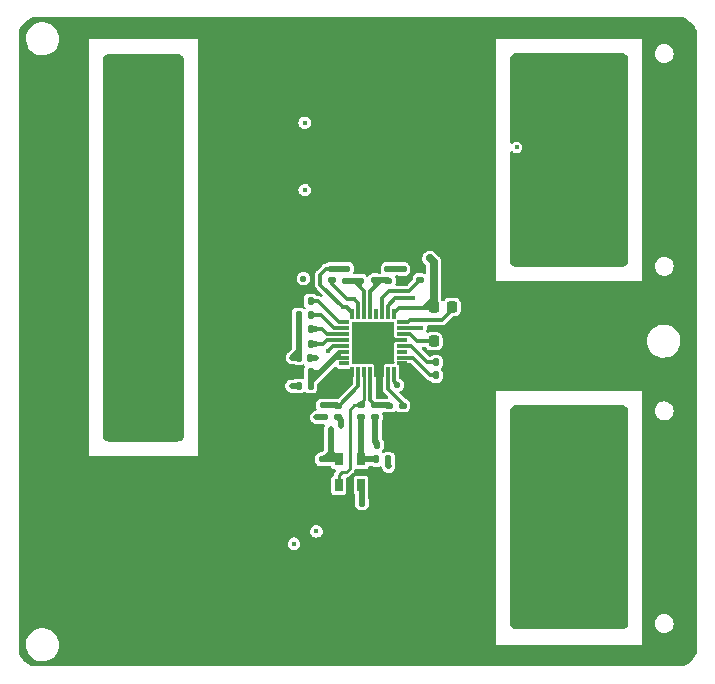
<source format=gbr>
G04 #@! TF.GenerationSoftware,KiCad,Pcbnew,(6.0.0)*
G04 #@! TF.CreationDate,2022-01-13T15:02:59+08:00*
G04 #@! TF.ProjectId,Dual-Power,4475616c-2d50-46f7-9765-722e6b696361,rev?*
G04 #@! TF.SameCoordinates,Original*
G04 #@! TF.FileFunction,Copper,L1,Top*
G04 #@! TF.FilePolarity,Positive*
%FSLAX46Y46*%
G04 Gerber Fmt 4.6, Leading zero omitted, Abs format (unit mm)*
G04 Created by KiCad (PCBNEW (6.0.0)) date 2022-01-13 15:02:59*
%MOMM*%
%LPD*%
G01*
G04 APERTURE LIST*
G04 Aperture macros list*
%AMRoundRect*
0 Rectangle with rounded corners*
0 $1 Rounding radius*
0 $2 $3 $4 $5 $6 $7 $8 $9 X,Y pos of 4 corners*
0 Add a 4 corners polygon primitive as box body*
4,1,4,$2,$3,$4,$5,$6,$7,$8,$9,$2,$3,0*
0 Add four circle primitives for the rounded corners*
1,1,$1+$1,$2,$3*
1,1,$1+$1,$4,$5*
1,1,$1+$1,$6,$7*
1,1,$1+$1,$8,$9*
0 Add four rect primitives between the rounded corners*
20,1,$1+$1,$2,$3,$4,$5,0*
20,1,$1+$1,$4,$5,$6,$7,0*
20,1,$1+$1,$6,$7,$8,$9,0*
20,1,$1+$1,$8,$9,$2,$3,0*%
G04 Aperture macros list end*
G04 #@! TA.AperFunction,SMDPad,CuDef*
%ADD10R,0.804800X0.300000*%
G04 #@! TD*
G04 #@! TA.AperFunction,SMDPad,CuDef*
%ADD11R,0.300000X0.804800*%
G04 #@! TD*
G04 #@! TA.AperFunction,SMDPad,CuDef*
%ADD12R,3.550000X3.550000*%
G04 #@! TD*
G04 #@! TA.AperFunction,SMDPad,CuDef*
%ADD13RoundRect,0.140000X0.140000X0.170000X-0.140000X0.170000X-0.140000X-0.170000X0.140000X-0.170000X0*%
G04 #@! TD*
G04 #@! TA.AperFunction,SMDPad,CuDef*
%ADD14RoundRect,0.140000X0.170000X-0.140000X0.170000X0.140000X-0.170000X0.140000X-0.170000X-0.140000X0*%
G04 #@! TD*
G04 #@! TA.AperFunction,SMDPad,CuDef*
%ADD15RoundRect,0.225000X-0.225000X-0.250000X0.225000X-0.250000X0.225000X0.250000X-0.225000X0.250000X0*%
G04 #@! TD*
G04 #@! TA.AperFunction,SMDPad,CuDef*
%ADD16RoundRect,0.140000X-0.170000X0.140000X-0.170000X-0.140000X0.170000X-0.140000X0.170000X0.140000X0*%
G04 #@! TD*
G04 #@! TA.AperFunction,SMDPad,CuDef*
%ADD17RoundRect,0.140000X-0.140000X-0.170000X0.140000X-0.170000X0.140000X0.170000X-0.140000X0.170000X0*%
G04 #@! TD*
G04 #@! TA.AperFunction,SMDPad,CuDef*
%ADD18RoundRect,0.249999X-0.650001X0.325001X-0.650001X-0.325001X0.650001X-0.325001X0.650001X0.325001X0*%
G04 #@! TD*
G04 #@! TA.AperFunction,SMDPad,CuDef*
%ADD19RoundRect,0.249999X0.650001X-0.325001X0.650001X0.325001X-0.650001X0.325001X-0.650001X-0.325001X0*%
G04 #@! TD*
G04 #@! TA.AperFunction,SMDPad,CuDef*
%ADD20RoundRect,0.135000X0.135000X0.185000X-0.135000X0.185000X-0.135000X-0.185000X0.135000X-0.185000X0*%
G04 #@! TD*
G04 #@! TA.AperFunction,SMDPad,CuDef*
%ADD21RoundRect,0.135000X-0.135000X-0.185000X0.135000X-0.185000X0.135000X0.185000X-0.135000X0.185000X0*%
G04 #@! TD*
G04 #@! TA.AperFunction,SMDPad,CuDef*
%ADD22RoundRect,0.135000X0.185000X-0.135000X0.185000X0.135000X-0.185000X0.135000X-0.185000X-0.135000X0*%
G04 #@! TD*
G04 #@! TA.AperFunction,SMDPad,CuDef*
%ADD23RoundRect,0.135000X-0.185000X0.135000X-0.185000X-0.135000X0.185000X-0.135000X0.185000X0.135000X0*%
G04 #@! TD*
G04 #@! TA.AperFunction,SMDPad,CuDef*
%ADD24R,0.650000X1.060000*%
G04 #@! TD*
G04 #@! TA.AperFunction,SMDPad,CuDef*
%ADD25RoundRect,0.249999X0.325001X0.650001X-0.325001X0.650001X-0.325001X-0.650001X0.325001X-0.650001X0*%
G04 #@! TD*
G04 #@! TA.AperFunction,SMDPad,CuDef*
%ADD26RoundRect,0.250000X1.750000X1.000000X-1.750000X1.000000X-1.750000X-1.000000X1.750000X-1.000000X0*%
G04 #@! TD*
G04 #@! TA.AperFunction,SMDPad,CuDef*
%ADD27RoundRect,0.250000X-1.500000X-1.000000X1.500000X-1.000000X1.500000X1.000000X-1.500000X1.000000X0*%
G04 #@! TD*
G04 #@! TA.AperFunction,SMDPad,CuDef*
%ADD28RoundRect,0.250000X1.500000X1.000000X-1.500000X1.000000X-1.500000X-1.000000X1.500000X-1.000000X0*%
G04 #@! TD*
G04 #@! TA.AperFunction,ComponentPad*
%ADD29RoundRect,0.250000X-0.500000X0.500000X-0.500000X-0.500000X0.500000X-0.500000X0.500000X0.500000X0*%
G04 #@! TD*
G04 #@! TA.AperFunction,ComponentPad*
%ADD30C,1.500000*%
G04 #@! TD*
G04 #@! TA.AperFunction,ComponentPad*
%ADD31RoundRect,0.250001X1.399999X-1.099999X1.399999X1.099999X-1.399999X1.099999X-1.399999X-1.099999X0*%
G04 #@! TD*
G04 #@! TA.AperFunction,ComponentPad*
%ADD32O,3.300000X2.700000*%
G04 #@! TD*
G04 #@! TA.AperFunction,ViaPad*
%ADD33C,0.500000*%
G04 #@! TD*
G04 #@! TA.AperFunction,ViaPad*
%ADD34C,0.450000*%
G04 #@! TD*
G04 #@! TA.AperFunction,ViaPad*
%ADD35C,0.550000*%
G04 #@! TD*
G04 #@! TA.AperFunction,Conductor*
%ADD36C,0.300000*%
G04 #@! TD*
G04 #@! TA.AperFunction,Conductor*
%ADD37C,0.500000*%
G04 #@! TD*
G04 #@! TA.AperFunction,Conductor*
%ADD38C,0.700000*%
G04 #@! TD*
G04 #@! TA.AperFunction,Conductor*
%ADD39C,0.250000*%
G04 #@! TD*
G04 APERTURE END LIST*
D10*
G04 #@! TO.P,U1,1,FREQ*
G04 #@! TO.N,Net-(R5-Pad1)*
X140347600Y-85590000D03*
G04 #@! TO.P,U1,2,PLLIN/MODE*
G04 #@! TO.N,Net-(R6-Pad1)*
X140347600Y-86090000D03*
G04 #@! TO.P,U1,3,PGOOD1*
G04 #@! TO.N,Net-(D1-Pad2)*
X140347600Y-86590000D03*
G04 #@! TO.P,U1,4,PGOOD2*
G04 #@! TO.N,Net-(D2-Pad2)*
X140347600Y-87090000D03*
G04 #@! TO.P,U1,5,INTVcc*
G04 #@! TO.N,INTVcc*
X140347600Y-87590000D03*
G04 #@! TO.P,U1,6,RUN1*
G04 #@! TO.N,RUN*
X140347600Y-88090000D03*
G04 #@! TO.P,U1,7,RUN2*
X140347600Y-88590000D03*
G04 #@! TO.P,U1,8,ILIM*
G04 #@! TO.N,unconnected-(U1-Pad8)*
X140347600Y-89090000D03*
D11*
G04 #@! TO.P,U1,9,~{SENSE2}*
G04 #@! TO.N,GND*
X141050000Y-89792400D03*
G04 #@! TO.P,U1,10,SENSE2*
G04 #@! TO.N,Net-(C21-Pad2)*
X141550000Y-89792400D03*
G04 #@! TO.P,U1,11,VFB2*
G04 #@! TO.N,Net-(R9-Pad1)*
X142050000Y-89792400D03*
G04 #@! TO.P,U1,12,ITH2*
G04 #@! TO.N,Net-(C6-Pad2)*
X142550000Y-89792400D03*
G04 #@! TO.P,U1,13,DRVUV*
G04 #@! TO.N,GND*
X143050000Y-89792400D03*
G04 #@! TO.P,U1,14,DRVSET*
X143550000Y-89792400D03*
G04 #@! TO.P,U1,15,TRACK/SS2*
G04 #@! TO.N,Net-(C8-Pad2)*
X144050000Y-89792400D03*
G04 #@! TO.P,U1,16,TG2*
G04 #@! TO.N,Net-(Q1-Pad4)*
X144550000Y-89792400D03*
D10*
G04 #@! TO.P,U1,17,SW2*
G04 #@! TO.N,GND*
X145252400Y-89090000D03*
G04 #@! TO.P,U1,18,BOOST2*
G04 #@! TO.N,Net-(C15-Pad2)*
X145252400Y-88590000D03*
G04 #@! TO.P,U1,19,BG2*
G04 #@! TO.N,unconnected-(U1-Pad19)*
X145252400Y-88090000D03*
G04 #@! TO.P,U1,20,DRVcc*
G04 #@! TO.N,Net-(C9-Pad2)*
X145252400Y-87590000D03*
G04 #@! TO.P,U1,21,EXTVcc*
G04 #@! TO.N,GND*
X145252400Y-87090000D03*
G04 #@! TO.P,U1,22,VIN*
G04 #@! TO.N,VIN*
X145252400Y-86590000D03*
G04 #@! TO.P,U1,23,BG1*
G04 #@! TO.N,Net-(Q2-Pad4)*
X145252400Y-86090000D03*
G04 #@! TO.P,U1,24,BOOST1*
G04 #@! TO.N,Net-(C23-Pad2)*
X145252400Y-85590000D03*
D11*
G04 #@! TO.P,U1,25,SW1*
G04 #@! TO.N,Net-(C23-Pad1)*
X144550000Y-84887600D03*
G04 #@! TO.P,U1,26,TG1*
G04 #@! TO.N,Net-(Q3-Pad4)*
X144050000Y-84887600D03*
G04 #@! TO.P,U1,27,TRACK/SS1*
G04 #@! TO.N,Net-(C10-Pad1)*
X143550000Y-84887600D03*
G04 #@! TO.P,U1,28,VPRG1*
G04 #@! TO.N,unconnected-(U1-Pad28)*
X143050000Y-84887600D03*
G04 #@! TO.P,U1,29,ITH1*
G04 #@! TO.N,Net-(C12-Pad1)*
X142550000Y-84887600D03*
G04 #@! TO.P,U1,30,VFB1*
G04 #@! TO.N,Net-(R15-Pad2)*
X142050000Y-84887600D03*
G04 #@! TO.P,U1,31,SENSE1*
G04 #@! TO.N,Net-(C25-Pad1)*
X141550000Y-84887600D03*
G04 #@! TO.P,U1,32,~{SENSE1}*
G04 #@! TO.N,Vout1(12V)*
X141050000Y-84887600D03*
D12*
G04 #@! TO.P,U1,33,GND*
G04 #@! TO.N,GND*
X142800000Y-87340000D03*
G04 #@! TD*
D13*
G04 #@! TO.P,C5,1*
G04 #@! TO.N,GND*
X144060000Y-95990000D03*
G04 #@! TO.P,C5,2*
G04 #@! TO.N,Net-(C5-Pad2)*
X143100000Y-95990000D03*
G04 #@! TD*
D14*
G04 #@! TO.P,C6,1*
G04 #@! TO.N,GND*
X144170000Y-93620000D03*
G04 #@! TO.P,C6,2*
G04 #@! TO.N,Net-(C6-Pad2)*
X144170000Y-92660000D03*
G04 #@! TD*
D15*
G04 #@! TO.P,C7,1*
G04 #@! TO.N,VIN*
X147925000Y-87200000D03*
G04 #@! TO.P,C7,2*
G04 #@! TO.N,GND*
X149475000Y-87200000D03*
G04 #@! TD*
D14*
G04 #@! TO.P,C8,1*
G04 #@! TO.N,GND*
X145300000Y-93620000D03*
G04 #@! TO.P,C8,2*
G04 #@! TO.N,Net-(C8-Pad2)*
X145300000Y-92660000D03*
G04 #@! TD*
D13*
G04 #@! TO.P,C9,1*
G04 #@! TO.N,GND*
X149080000Y-89000000D03*
G04 #@! TO.P,C9,2*
G04 #@! TO.N,Net-(C9-Pad2)*
X148120000Y-89000000D03*
G04 #@! TD*
D14*
G04 #@! TO.P,C10,1*
G04 #@! TO.N,Net-(C10-Pad1)*
X146760000Y-82040000D03*
G04 #@! TO.P,C10,2*
G04 #@! TO.N,GND*
X146760000Y-81080000D03*
G04 #@! TD*
D16*
G04 #@! TO.P,C11,1*
G04 #@! TO.N,Net-(C11-Pad1)*
X145300000Y-81100000D03*
G04 #@! TO.P,C11,2*
G04 #@! TO.N,GND*
X145300000Y-82060000D03*
G04 #@! TD*
D14*
G04 #@! TO.P,C12,1*
G04 #@! TO.N,Net-(C12-Pad1)*
X142970000Y-82050000D03*
G04 #@! TO.P,C12,2*
G04 #@! TO.N,GND*
X142970000Y-81090000D03*
G04 #@! TD*
D17*
G04 #@! TO.P,C13,1*
G04 #@! TO.N,INTVcc*
X136510000Y-88603332D03*
G04 #@! TO.P,C13,2*
G04 #@! TO.N,GND*
X137470000Y-88603332D03*
G04 #@! TD*
D16*
G04 #@! TO.P,C14,1*
G04 #@! TO.N,INTVcc*
X138520000Y-97210000D03*
G04 #@! TO.P,C14,2*
G04 #@! TO.N,GND*
X138520000Y-98170000D03*
G04 #@! TD*
D13*
G04 #@! TO.P,C15,1*
G04 #@! TO.N,GND*
X149070000Y-90110000D03*
G04 #@! TO.P,C15,2*
G04 #@! TO.N,Net-(C15-Pad2)*
X148110000Y-90110000D03*
G04 #@! TD*
D18*
G04 #@! TO.P,C17,1*
G04 #@! TO.N,GND*
X160699999Y-90487500D03*
G04 #@! TO.P,C17,2*
G04 #@! TO.N,Vout2(-12V)*
X160699999Y-93437500D03*
G04 #@! TD*
D14*
G04 #@! TO.P,C21,1*
G04 #@! TO.N,GND*
X139810000Y-93620000D03*
G04 #@! TO.P,C21,2*
G04 #@! TO.N,Net-(C21-Pad2)*
X139810000Y-92660000D03*
G04 #@! TD*
D15*
G04 #@! TO.P,C23,1*
G04 #@! TO.N,Net-(C23-Pad1)*
X147925000Y-84300000D03*
G04 #@! TO.P,C23,2*
G04 #@! TO.N,Net-(C23-Pad2)*
X149475000Y-84300000D03*
G04 #@! TD*
D14*
G04 #@! TO.P,C25,1*
G04 #@! TO.N,Net-(C25-Pad1)*
X139300000Y-82050000D03*
G04 #@! TO.P,C25,2*
G04 #@! TO.N,Vout1(12V)*
X139300000Y-81090000D03*
G04 #@! TD*
D19*
G04 #@! TO.P,C26,1*
G04 #@! TO.N,GND*
X160700000Y-82927500D03*
G04 #@! TO.P,C26,2*
G04 #@! TO.N,Vout1(12V)*
X160700000Y-79977500D03*
G04 #@! TD*
G04 #@! TO.P,C27,1*
G04 #@! TO.N,GND*
X156100000Y-82927500D03*
G04 #@! TO.P,C27,2*
G04 #@! TO.N,Vout1(12V)*
X156100000Y-79977500D03*
G04 #@! TD*
G04 #@! TO.P,C28,1*
G04 #@! TO.N,GND*
X158400000Y-82927500D03*
G04 #@! TO.P,C28,2*
G04 #@! TO.N,Vout1(12V)*
X158400000Y-79977500D03*
G04 #@! TD*
D20*
G04 #@! TO.P,R1,1*
G04 #@! TO.N,RUN*
X137510000Y-91010000D03*
G04 #@! TO.P,R1,2*
G04 #@! TO.N,VIN*
X136490000Y-91010000D03*
G04 #@! TD*
D21*
G04 #@! TO.P,R2,1*
G04 #@! TO.N,GND*
X136480000Y-89850000D03*
G04 #@! TO.P,R2,2*
G04 #@! TO.N,RUN*
X137500000Y-89850000D03*
G04 #@! TD*
D22*
G04 #@! TO.P,R3,1*
G04 #@! TO.N,Net-(C5-Pad2)*
X142980000Y-93650000D03*
G04 #@! TO.P,R3,2*
G04 #@! TO.N,Net-(C6-Pad2)*
X142980000Y-92630000D03*
G04 #@! TD*
G04 #@! TO.P,R4,1*
G04 #@! TO.N,Net-(C12-Pad1)*
X144090000Y-82080000D03*
G04 #@! TO.P,R4,2*
G04 #@! TO.N,Net-(C11-Pad1)*
X144090000Y-81060000D03*
G04 #@! TD*
D20*
G04 #@! TO.P,R5,1*
G04 #@! TO.N,Net-(R5-Pad1)*
X137500000Y-83800000D03*
G04 #@! TO.P,R5,2*
G04 #@! TO.N,GND*
X136480000Y-83800000D03*
G04 #@! TD*
G04 #@! TO.P,R6,1*
G04 #@! TO.N,Net-(R6-Pad1)*
X137500000Y-85003333D03*
G04 #@! TO.P,R6,2*
G04 #@! TO.N,INTVcc*
X136480000Y-85003333D03*
G04 #@! TD*
D21*
G04 #@! TO.P,R7,1*
G04 #@! TO.N,INTVcc*
X136480000Y-86206666D03*
G04 #@! TO.P,R7,2*
G04 #@! TO.N,Net-(D1-Pad2)*
X137500000Y-86206666D03*
G04 #@! TD*
G04 #@! TO.P,R8,1*
G04 #@! TO.N,INTVcc*
X136480000Y-87409999D03*
G04 #@! TO.P,R8,2*
G04 #@! TO.N,Net-(D2-Pad2)*
X137500000Y-87409999D03*
G04 #@! TD*
D23*
G04 #@! TO.P,R9,1*
G04 #@! TO.N,Net-(R9-Pad1)*
X141790000Y-92630000D03*
G04 #@! TO.P,R9,2*
G04 #@! TO.N,Net-(R10-Pad1)*
X141790000Y-93650000D03*
G04 #@! TD*
D21*
G04 #@! TO.P,R10,1*
G04 #@! TO.N,Net-(R10-Pad1)*
X143070000Y-97210000D03*
G04 #@! TO.P,R10,2*
G04 #@! TO.N,Vout2(-12V)*
X144090000Y-97210000D03*
G04 #@! TD*
D20*
G04 #@! TO.P,R11,1*
G04 #@! TO.N,Net-(R11-Pad1)*
X141850000Y-100879999D03*
G04 #@! TO.P,R11,2*
G04 #@! TO.N,GND*
X140830000Y-100879999D03*
G04 #@! TD*
D22*
G04 #@! TO.P,R13,1*
G04 #@! TO.N,Net-(Q1-Pad1)*
X138600000Y-93650000D03*
G04 #@! TO.P,R13,2*
G04 #@! TO.N,Net-(C21-Pad2)*
X138600000Y-92630000D03*
G04 #@! TD*
D23*
G04 #@! TO.P,R15,1*
G04 #@! TO.N,GND*
X141690000Y-81060000D03*
G04 #@! TO.P,R15,2*
G04 #@! TO.N,Net-(R15-Pad2)*
X141690000Y-82080000D03*
G04 #@! TD*
D22*
G04 #@! TO.P,R16,1*
G04 #@! TO.N,Net-(R15-Pad2)*
X140540000Y-82080000D03*
G04 #@! TO.P,R16,2*
G04 #@! TO.N,Vout1(12V)*
X140540000Y-81060000D03*
G04 #@! TD*
D24*
G04 #@! TO.P,U2,1*
G04 #@! TO.N,Net-(R9-Pad1)*
X139880000Y-99409999D03*
G04 #@! TO.P,U2,2,V-*
G04 #@! TO.N,GND*
X140830000Y-99409999D03*
G04 #@! TO.P,U2,3,+*
G04 #@! TO.N,Net-(R11-Pad1)*
X141780000Y-99409999D03*
G04 #@! TO.P,U2,4,-*
G04 #@! TO.N,Net-(R10-Pad1)*
X141780000Y-97209999D03*
G04 #@! TO.P,U2,5,V+*
G04 #@! TO.N,INTVcc*
X139880000Y-97209999D03*
G04 #@! TD*
D18*
G04 #@! TO.P,C30,1*
G04 #@! TO.N,GND*
X156100000Y-90487500D03*
G04 #@! TO.P,C30,2*
G04 #@! TO.N,Vout2(-12V)*
X156100000Y-93437500D03*
G04 #@! TD*
G04 #@! TO.P,C31,1*
G04 #@! TO.N,GND*
X158400000Y-90487500D03*
G04 #@! TO.P,C31,2*
G04 #@! TO.N,Vout2(-12V)*
X158400000Y-93437500D03*
G04 #@! TD*
D25*
G04 #@! TO.P,Cx2,1*
G04 #@! TO.N,GND*
X128875000Y-65288888D03*
G04 #@! TO.P,Cx2,2*
G04 #@! TO.N,VIN*
X125925000Y-65288888D03*
G04 #@! TD*
D26*
G04 #@! TO.P,Cl1,1*
G04 #@! TO.N,VIN*
X123500000Y-92200000D03*
G04 #@! TO.P,Cl1,2*
G04 #@! TO.N,GND*
X115500000Y-92200000D03*
G04 #@! TD*
G04 #@! TO.P,Cl2,1*
G04 #@! TO.N,VIN*
X123500000Y-81500000D03*
G04 #@! TO.P,Cl2,2*
G04 #@! TO.N,GND*
X115500000Y-81500000D03*
G04 #@! TD*
D25*
G04 #@! TO.P,Cx3,1*
G04 #@! TO.N,GND*
X128875000Y-67807332D03*
G04 #@! TO.P,Cx3,2*
G04 #@! TO.N,VIN*
X125925000Y-67807332D03*
G04 #@! TD*
G04 #@! TO.P,Cx4,1*
G04 #@! TO.N,GND*
X128875000Y-70325776D03*
G04 #@! TO.P,Cx4,2*
G04 #@! TO.N,VIN*
X125925000Y-70325776D03*
G04 #@! TD*
G04 #@! TO.P,Cx5,1*
G04 #@! TO.N,GND*
X128875000Y-72844220D03*
G04 #@! TO.P,Cx5,2*
G04 #@! TO.N,VIN*
X125925000Y-72844220D03*
G04 #@! TD*
G04 #@! TO.P,Cx6,1*
G04 #@! TO.N,GND*
X128875000Y-75362664D03*
G04 #@! TO.P,Cx6,2*
G04 #@! TO.N,VIN*
X125925000Y-75362664D03*
G04 #@! TD*
G04 #@! TO.P,Cx7,1*
G04 #@! TO.N,GND*
X128875000Y-77881110D03*
G04 #@! TO.P,Cx7,2*
G04 #@! TO.N,VIN*
X125925000Y-77881110D03*
G04 #@! TD*
D27*
G04 #@! TO.P,C33,1*
G04 #@! TO.N,GND*
X150550000Y-99700000D03*
G04 #@! TO.P,C33,2*
G04 #@! TO.N,Vout2(-12V)*
X157050000Y-99700000D03*
G04 #@! TD*
G04 #@! TO.P,C34,1*
G04 #@! TO.N,GND*
X150550000Y-108350000D03*
G04 #@! TO.P,C34,2*
G04 #@! TO.N,Vout2(-12V)*
X157050000Y-108350000D03*
G04 #@! TD*
D28*
G04 #@! TO.P,C35,1*
G04 #@! TO.N,Vout1(12V)*
X156920000Y-74600000D03*
G04 #@! TO.P,C35,2*
G04 #@! TO.N,GND*
X150420000Y-74600000D03*
G04 #@! TD*
G04 #@! TO.P,C36,1*
G04 #@! TO.N,Vout1(12V)*
X156919999Y-65950000D03*
G04 #@! TO.P,C36,2*
G04 #@! TO.N,GND*
X150419999Y-65950000D03*
G04 #@! TD*
D29*
G04 #@! TO.P,J1,1,Pin_1*
G04 #@! TO.N,Vout1(12V)*
X163500000Y-65860000D03*
D30*
G04 #@! TO.P,J1,2,Pin_2*
X163500000Y-68860000D03*
G04 #@! TO.P,J1,3,Pin_3*
X163500000Y-71860000D03*
G04 #@! TO.P,J1,4,Pin_4*
X163500000Y-74860000D03*
G04 #@! TO.P,J1,5,Pin_5*
X163500000Y-77860000D03*
G04 #@! TO.P,J1,6,Pin_6*
G04 #@! TO.N,GND*
X166500000Y-65860000D03*
G04 #@! TO.P,J1,7,Pin_7*
X166500000Y-68860000D03*
G04 #@! TO.P,J1,8,Pin_8*
X166500000Y-71860000D03*
G04 #@! TO.P,J1,9,Pin_9*
X166500000Y-74860000D03*
G04 #@! TO.P,J1,10,Pin_10*
X166500000Y-77860000D03*
G04 #@! TD*
D29*
G04 #@! TO.P,J2,1,Pin_1*
G04 #@! TO.N,Vout2(-12V)*
X163500000Y-96110000D03*
D30*
G04 #@! TO.P,J2,2,Pin_2*
X163500000Y-99110000D03*
G04 #@! TO.P,J2,3,Pin_3*
X163500000Y-102110000D03*
G04 #@! TO.P,J2,4,Pin_4*
X163500000Y-105110000D03*
G04 #@! TO.P,J2,5,Pin_5*
X163500000Y-108110000D03*
G04 #@! TO.P,J2,6,Pin_6*
G04 #@! TO.N,GND*
X166500000Y-96110000D03*
G04 #@! TO.P,J2,7,Pin_7*
X166500000Y-99110000D03*
G04 #@! TO.P,J2,8,Pin_8*
X166500000Y-102110000D03*
G04 #@! TO.P,J2,9,Pin_9*
X166500000Y-105110000D03*
G04 #@! TO.P,J2,10,Pin_10*
X166500000Y-108110000D03*
G04 #@! TD*
D31*
G04 #@! TO.P,J3,1,Pin_1*
G04 #@! TO.N,VIN*
X122100000Y-70900000D03*
D32*
G04 #@! TO.P,J3,2,Pin_2*
X122100000Y-66700000D03*
G04 #@! TO.P,J3,3,Pin_3*
G04 #@! TO.N,GND*
X116600000Y-70900000D03*
G04 #@! TO.P,J3,4,Pin_4*
X116600000Y-66700000D03*
G04 #@! TD*
D33*
G04 #@! TO.N,GND*
X142400000Y-86160000D03*
X143200000Y-86160000D03*
X144000000Y-86160000D03*
X141600000Y-86960000D03*
X142400000Y-86960000D03*
X143200000Y-86960000D03*
X144000000Y-86960000D03*
X141600000Y-87760000D03*
X142400000Y-87760000D03*
X143200000Y-87760000D03*
X144000000Y-87760000D03*
X141600000Y-88560000D03*
X142400000Y-88560000D03*
X143200000Y-88560000D03*
X144000000Y-88560000D03*
D34*
X169400000Y-61800000D03*
X167400000Y-60700000D03*
X169400000Y-60700000D03*
X168400000Y-60700000D03*
X165400000Y-60700000D03*
X166400000Y-60700000D03*
X165400000Y-113800000D03*
X166400000Y-113800000D03*
X169400000Y-113800000D03*
X167400000Y-113800000D03*
X168400000Y-113800000D03*
X117400000Y-60700000D03*
X118400000Y-60700000D03*
X119400000Y-60700000D03*
X120400000Y-60700000D03*
X121400000Y-60700000D03*
X122400000Y-60700000D03*
X123400000Y-60700000D03*
X124400000Y-60700000D03*
X125400000Y-60700000D03*
X126400000Y-60700000D03*
X127400000Y-60700000D03*
X128400000Y-60700000D03*
X129400000Y-60700000D03*
X130400000Y-60700000D03*
X131400000Y-60700000D03*
X132400000Y-60700000D03*
X133400000Y-60700000D03*
X134400000Y-60700000D03*
X135400000Y-60700000D03*
X136400000Y-60700000D03*
X137400000Y-60700000D03*
X138400000Y-60700000D03*
X139400000Y-60700000D03*
X140400000Y-60700000D03*
X141400000Y-60700000D03*
X142400000Y-60700000D03*
X143400000Y-60700000D03*
X144400000Y-60700000D03*
X145400000Y-60700000D03*
X146400000Y-60700000D03*
X147400000Y-60700000D03*
X148400000Y-60700000D03*
X149400000Y-60700000D03*
X150400000Y-60700000D03*
X151400000Y-60700000D03*
X152400000Y-60700000D03*
X153400000Y-60700000D03*
X154400000Y-60700000D03*
X155400000Y-60700000D03*
X156400000Y-60700000D03*
X157400000Y-60700000D03*
X158400000Y-60700000D03*
X159400000Y-60700000D03*
X160400000Y-60700000D03*
X161400000Y-60700000D03*
X162400000Y-60700000D03*
X163400000Y-60700000D03*
X164400000Y-60700000D03*
X142400000Y-113800000D03*
X128400000Y-113800000D03*
X144400000Y-113800000D03*
X136400000Y-113800000D03*
X134400000Y-113800000D03*
X152400000Y-113800000D03*
X119400000Y-113800000D03*
X129400000Y-113800000D03*
X124400000Y-113800000D03*
X123400000Y-113800000D03*
X118400000Y-113800000D03*
X125400000Y-113800000D03*
X117400000Y-113800000D03*
X137400000Y-113800000D03*
X138400000Y-113800000D03*
X121400000Y-113800000D03*
X141400000Y-113800000D03*
X143400000Y-113800000D03*
X146400000Y-113800000D03*
X149400000Y-113800000D03*
X120400000Y-113800000D03*
X150400000Y-113800000D03*
X151400000Y-113800000D03*
X154400000Y-113800000D03*
X155400000Y-113800000D03*
X147400000Y-113800000D03*
X158400000Y-113800000D03*
X139400000Y-113800000D03*
X159400000Y-113800000D03*
X132400000Y-113800000D03*
X160400000Y-113800000D03*
X161400000Y-113800000D03*
X145400000Y-113800000D03*
X133400000Y-113800000D03*
X130400000Y-113800000D03*
X148400000Y-113800000D03*
X153400000Y-113800000D03*
X122400000Y-113800000D03*
X126400000Y-113800000D03*
X156400000Y-113800000D03*
X157400000Y-113800000D03*
X127400000Y-113800000D03*
X135400000Y-113800000D03*
X131400000Y-113800000D03*
X140400000Y-113800000D03*
X163400000Y-113800000D03*
X164400000Y-113800000D03*
X162400000Y-113800000D03*
X169400000Y-83900000D03*
X169400000Y-72900000D03*
X169400000Y-101900000D03*
X169400000Y-96900000D03*
X169400000Y-86900000D03*
X169400000Y-100900000D03*
X169400000Y-69900000D03*
X169400000Y-91900000D03*
X169400000Y-105900000D03*
X169400000Y-73900000D03*
X169400001Y-107900000D03*
X169400000Y-95900000D03*
X169400001Y-84900000D03*
X169400001Y-103900000D03*
X169400000Y-104900000D03*
X169400000Y-74900000D03*
X169400000Y-108900000D03*
X169400000Y-81900000D03*
X169400000Y-68900000D03*
X169400000Y-88900000D03*
X169400001Y-75900000D03*
X169400000Y-97900000D03*
X169400000Y-76900000D03*
X169400000Y-90900000D03*
X169400000Y-99900000D03*
X169400000Y-67900000D03*
X169400001Y-98900000D03*
X169400000Y-63900000D03*
X169400000Y-106900000D03*
X169400001Y-66900000D03*
X169400001Y-70900000D03*
X169400001Y-93900000D03*
X169400001Y-102900000D03*
X169400001Y-94900000D03*
X169400000Y-65900000D03*
X169400001Y-71900000D03*
X169400000Y-79900000D03*
X169400000Y-85900000D03*
X169400000Y-92900000D03*
X169400001Y-80900000D03*
X169400000Y-64900000D03*
X169400000Y-77900000D03*
X169400001Y-89900000D03*
X169400001Y-112900000D03*
X169400000Y-87900000D03*
X169400000Y-111900000D03*
X169400000Y-78900000D03*
X169400000Y-110900000D03*
X169400001Y-62900000D03*
X169400000Y-109900000D03*
X169400000Y-82900000D03*
D33*
X141600000Y-86160000D03*
D34*
X133750000Y-87500000D03*
X138000000Y-88600000D03*
X140600000Y-89930000D03*
X140100000Y-94350000D03*
X133750000Y-86850000D03*
X133750000Y-88150000D03*
X133750000Y-86200000D03*
G04 #@! TO.N,VIN*
X123400000Y-84200000D03*
X123400000Y-85200000D03*
X123400000Y-86200000D03*
X123400000Y-87200000D03*
X123400000Y-88200000D03*
X123400000Y-89200000D03*
X121800000Y-86200000D03*
X121800000Y-87200000D03*
X122600000Y-88700000D03*
X121800000Y-89200000D03*
X121800000Y-84200000D03*
X121800000Y-85200000D03*
X122600000Y-89700000D03*
X122600000Y-84700000D03*
X122600000Y-86700000D03*
X122600000Y-87700000D03*
X122600000Y-85700000D03*
X121800000Y-88200000D03*
X123100000Y-73199999D03*
X121100000Y-73200000D03*
X122100000Y-73200000D03*
X121100000Y-64500000D03*
X123100000Y-64499999D03*
X122100000Y-64500000D03*
X123400000Y-81500000D03*
X146849982Y-87199990D03*
X135910016Y-91010014D03*
X123400000Y-92200000D03*
G04 #@! TO.N,INTVcc*
X135950000Y-88600000D03*
X138950000Y-88000000D03*
X139200000Y-94600000D03*
G04 #@! TO.N,Vout2(-12V)*
X160400000Y-96900000D03*
X157400000Y-96900000D03*
X161400000Y-96900000D03*
X158400000Y-96900000D03*
X159400000Y-96900000D03*
X158400000Y-94900000D03*
X159400000Y-95900000D03*
X158400000Y-95900000D03*
X161400000Y-94900000D03*
X159400000Y-94900000D03*
X157400000Y-95900000D03*
X157400000Y-94900000D03*
X160400000Y-95900000D03*
X161400000Y-95900000D03*
X160400000Y-94900000D03*
X160900000Y-105300000D03*
X160900000Y-106700000D03*
X160900000Y-101800000D03*
X160900000Y-108100000D03*
X160900000Y-103200000D03*
X160900000Y-107400000D03*
X160900000Y-106000000D03*
X160900000Y-104600000D03*
X160900000Y-103900000D03*
X160900000Y-102500000D03*
X144099998Y-97800001D03*
G04 #@! TO.N,Net-(C23-Pad1)*
X147600000Y-80200000D03*
G04 #@! TO.N,Vout1(12V)*
X160500000Y-65800000D03*
X160500000Y-68600000D03*
X160500000Y-67900000D03*
X160500000Y-67200000D03*
X160500000Y-66500000D03*
X160500000Y-69300000D03*
X160500000Y-70000000D03*
X160500000Y-71400000D03*
X160500000Y-70700000D03*
X160500000Y-72100000D03*
X158300000Y-76600000D03*
X159300000Y-76600000D03*
X160300000Y-76600000D03*
X161300000Y-76600000D03*
X157300000Y-77600000D03*
X158300000Y-77600000D03*
X159300000Y-77600000D03*
X160300000Y-77600000D03*
X161300000Y-77600000D03*
X157300000Y-78600000D03*
X158300000Y-78600000D03*
X159300000Y-78600000D03*
X160300000Y-78600000D03*
X161300000Y-78600000D03*
X157300000Y-76600000D03*
X157850000Y-70800000D03*
X140250000Y-84350000D03*
G04 #@! TO.N,Net-(C25-Pad1)*
X154950000Y-70800000D03*
X141200000Y-83600000D03*
G04 #@! TO.N,Net-(D1-Pad2)*
X137940000Y-86200000D03*
G04 #@! TO.N,Net-(D2-Pad2)*
X137940000Y-87410000D03*
G04 #@! TO.N,Net-(Q1-Pad4)*
X136100000Y-104350000D03*
D35*
X144850000Y-90900000D03*
D34*
G04 #@! TO.N,Net-(Q1-Pad1)*
X138000000Y-93650000D03*
X138000000Y-103300000D03*
G04 #@! TO.N,Net-(Q2-Pad4)*
X146850000Y-86050000D03*
D35*
X136900000Y-81900000D03*
D34*
G04 #@! TO.N,Net-(Q3-Pad4)*
X137000000Y-68700000D03*
X137000000Y-74400000D03*
X146150001Y-83550005D03*
G04 #@! TD*
D36*
G04 #@! TO.N,GND*
X143919411Y-86349411D02*
X144660000Y-87090000D01*
X143919411Y-87830589D02*
X144660000Y-87090000D01*
X143040000Y-89200000D02*
X142651091Y-88811091D01*
X143458909Y-88821091D02*
X143070000Y-89210000D01*
X143150000Y-88820000D02*
X143538909Y-89208909D01*
X143540000Y-89210000D02*
X143928909Y-88821091D01*
X143580000Y-89090000D02*
X143030000Y-89090000D01*
D37*
X140100000Y-94350000D02*
X140100000Y-93910000D01*
D36*
X143050000Y-89792400D02*
X143050000Y-88710000D01*
D37*
X140600000Y-89930000D02*
X140912400Y-89930000D01*
X140100000Y-93910000D02*
X139810000Y-93620000D01*
D36*
X145300000Y-82060000D02*
X145580000Y-82060000D01*
X146560000Y-81080000D02*
X146760000Y-81080000D01*
D37*
X137473332Y-88600000D02*
X138000000Y-88600000D01*
D36*
X143550000Y-89792400D02*
X143550000Y-88090000D01*
X143050000Y-87090000D02*
X142800000Y-87340000D01*
X141050000Y-89930000D02*
X141050000Y-89792400D01*
X145350000Y-89090000D02*
X145252400Y-89090000D01*
X143050000Y-88710000D02*
X143200000Y-88560000D01*
D37*
X140912400Y-89930000D02*
X140950480Y-89891920D01*
D36*
X137473332Y-88600000D02*
X137470000Y-88603332D01*
X145252400Y-87090000D02*
X143050000Y-87090000D01*
X143550000Y-88090000D02*
X142800000Y-87340000D01*
X145580000Y-82060000D02*
X146560000Y-81080000D01*
D37*
G04 #@! TO.N,VIN*
X135910030Y-91010000D02*
X135910016Y-91010014D01*
D36*
X148125010Y-87199990D02*
X146849982Y-87199990D01*
D37*
X136490000Y-91010000D02*
X135910030Y-91010000D01*
D36*
X146549990Y-87199990D02*
X146849982Y-87199990D01*
X145252400Y-86590000D02*
X145940000Y-86590000D01*
X145940000Y-86590000D02*
X146549990Y-87199990D01*
D37*
G04 #@! TO.N,Net-(C5-Pad2)*
X142990000Y-95740000D02*
X142990000Y-93660000D01*
X143090000Y-95840000D02*
X142990000Y-95740000D01*
X142990000Y-93660000D02*
X142980000Y-93650000D01*
D36*
G04 #@! TO.N,Net-(C6-Pad2)*
X142550000Y-92200000D02*
X142980000Y-92630000D01*
D37*
X142980000Y-92630000D02*
X144140000Y-92630000D01*
D36*
X142550000Y-89792400D02*
X142550000Y-92200000D01*
D37*
X144140000Y-92630000D02*
X144170000Y-92660000D01*
D36*
G04 #@! TO.N,Net-(C8-Pad2)*
X145220000Y-92660000D02*
X145220000Y-92420000D01*
X144050000Y-91250000D02*
X144050000Y-89792400D01*
X145220000Y-92420000D02*
X144050000Y-91250000D01*
G04 #@! TO.N,Net-(C9-Pad2)*
X145990000Y-87590000D02*
X147400000Y-89000000D01*
X147400000Y-89000000D02*
X148120000Y-89000000D01*
X145252400Y-87590000D02*
X145990000Y-87590000D01*
G04 #@! TO.N,Net-(C10-Pad1)*
X146760000Y-82040000D02*
X146760000Y-82050000D01*
X143550000Y-83520000D02*
X143550000Y-84887600D01*
X146760000Y-82050000D02*
X145860000Y-82950000D01*
X144120000Y-82950000D02*
X143550000Y-83520000D01*
X145860000Y-82950000D02*
X144120000Y-82950000D01*
D37*
G04 #@! TO.N,Net-(C11-Pad1)*
X144090000Y-81060000D02*
X144100000Y-81070000D01*
X145270000Y-81070000D02*
X145300000Y-81100000D01*
X144100000Y-81070000D02*
X145270000Y-81070000D01*
D36*
G04 #@! TO.N,Net-(C12-Pad1)*
X143340000Y-82210000D02*
X142970000Y-82580000D01*
X142550000Y-82970000D02*
X142550000Y-84887600D01*
D37*
X144079999Y-82050000D02*
X142940000Y-82050000D01*
D36*
X142920000Y-82600000D02*
X142550000Y-82970000D01*
D37*
X142940000Y-82050000D02*
X142920000Y-82070000D01*
D36*
X142920000Y-82070000D02*
X142920000Y-82600000D01*
D37*
G04 #@! TO.N,INTVcc*
X139880000Y-97209999D02*
X139759999Y-97209999D01*
X136480000Y-87409999D02*
X136480000Y-88070000D01*
X138640000Y-97210000D02*
X139200000Y-96650000D01*
X136480000Y-85003333D02*
X136480000Y-88573332D01*
X136480000Y-88070000D02*
X135950000Y-88600000D01*
X138520000Y-97210000D02*
X138640000Y-97210000D01*
X136510000Y-88603332D02*
X135953332Y-88603332D01*
X136480000Y-88573332D02*
X136510000Y-88603332D01*
D36*
X138950000Y-88000000D02*
X139360000Y-87590000D01*
X139360000Y-87590000D02*
X140347600Y-87590000D01*
D37*
X135953332Y-88603332D02*
X135950000Y-88600000D01*
X138520000Y-97210000D02*
X139880000Y-97209999D01*
X139200000Y-96650000D02*
X139200000Y-94600000D01*
X139759999Y-97209999D02*
X139200000Y-96650000D01*
D36*
G04 #@! TO.N,Net-(C15-Pad2)*
X146140000Y-88590000D02*
X147650000Y-90100000D01*
X148100000Y-90100000D02*
X148110000Y-90110000D01*
X147650000Y-90100000D02*
X148100000Y-90100000D01*
X145252400Y-88590000D02*
X146140000Y-88590000D01*
D37*
G04 #@! TO.N,Vout2(-12V)*
X144090000Y-97210000D02*
X144090000Y-97790003D01*
X144090000Y-97790003D02*
X144099998Y-97800001D01*
D36*
G04 #@! TO.N,Net-(C21-Pad2)*
X141550000Y-91000000D02*
X141550000Y-89792400D01*
X139810000Y-92660000D02*
X139890000Y-92660000D01*
D37*
X139780000Y-92630000D02*
X139810000Y-92660000D01*
X138600000Y-92630000D02*
X139780000Y-92630000D01*
D36*
X139890000Y-92660000D02*
X141550000Y-91000000D01*
G04 #@! TO.N,Net-(C23-Pad2)*
X145710000Y-85590000D02*
X145252400Y-85590000D01*
X148600000Y-85400000D02*
X145900000Y-85400000D01*
X149475000Y-84300000D02*
X149475000Y-84525000D01*
X149475000Y-84525000D02*
X148600000Y-85400000D01*
X145900000Y-85400000D02*
X145710000Y-85590000D01*
G04 #@! TO.N,Net-(C23-Pad1)*
X148075000Y-83525000D02*
X147200000Y-84400000D01*
X147875000Y-83525000D02*
X147000000Y-84400000D01*
X144550000Y-84820000D02*
X144550000Y-84887600D01*
X144550000Y-84887600D02*
X144550000Y-84818800D01*
X144550000Y-84818800D02*
X144968800Y-84400000D01*
D38*
X147925000Y-80525000D02*
X147925000Y-84300000D01*
X147600000Y-80200000D02*
X147925000Y-80525000D01*
D36*
X144968800Y-84400000D02*
X147825000Y-84400000D01*
X147825000Y-84400000D02*
X147925000Y-84300000D01*
G04 #@! TO.N,Vout1(12V)*
X141050000Y-84887600D02*
X141050000Y-84850000D01*
X138330000Y-81570000D02*
X138330000Y-82430000D01*
X138810000Y-81090000D02*
X138330000Y-81570000D01*
X139300000Y-81090000D02*
X138810000Y-81090000D01*
D37*
X140540000Y-81060000D02*
X139330000Y-81060000D01*
D36*
X138330000Y-82430000D02*
X140250000Y-84350000D01*
X141050000Y-84887600D02*
X141050000Y-84800000D01*
X140600000Y-84350000D02*
X140250000Y-84350000D01*
X141050000Y-84800000D02*
X140600000Y-84350000D01*
X141050000Y-84830000D02*
X141050000Y-84887600D01*
X141050000Y-84887600D02*
X141050000Y-84790000D01*
X141050000Y-84887600D02*
X141050000Y-84820000D01*
D37*
X139330000Y-81060000D02*
X139300000Y-81090000D01*
D36*
G04 #@! TO.N,Net-(C25-Pad1)*
X141550000Y-83950000D02*
X141200000Y-83600000D01*
X140570001Y-83600000D02*
X141200000Y-83600000D01*
X139300000Y-82050000D02*
X139300000Y-82329999D01*
X141550000Y-84887600D02*
X141550000Y-83950000D01*
X139300000Y-82329999D02*
X140570001Y-83600000D01*
G04 #@! TO.N,Net-(D1-Pad2)*
X138240000Y-86200000D02*
X137506666Y-86200000D01*
X140347600Y-86590000D02*
X138900000Y-86590000D01*
D37*
X137506666Y-86200000D02*
X137500000Y-86206666D01*
X137940000Y-86200000D02*
X137506666Y-86200000D01*
D36*
X138510000Y-86200000D02*
X138240000Y-86200000D01*
X138900000Y-86590000D02*
X138510000Y-86200000D01*
G04 #@! TO.N,Net-(D2-Pad2)*
X138240000Y-87410000D02*
X137500001Y-87410000D01*
D37*
X137940000Y-87410000D02*
X137500000Y-87409999D01*
D36*
X138885000Y-87090000D02*
X138565000Y-87410000D01*
X140347600Y-87090000D02*
X138885000Y-87090000D01*
X138565000Y-87410000D02*
X138240000Y-87410000D01*
X137500001Y-87410000D02*
X137500000Y-87409999D01*
G04 #@! TO.N,Net-(Q1-Pad4)*
X144550000Y-89792400D02*
X144550000Y-90600000D01*
X144550000Y-90600000D02*
X144850000Y-90900000D01*
D37*
G04 #@! TO.N,Net-(Q1-Pad1)*
X138600000Y-93650000D02*
X138000000Y-93650000D01*
D36*
G04 #@! TO.N,Net-(Q2-Pad4)*
X145252400Y-86090000D02*
X146810000Y-86090000D01*
X146810000Y-86090000D02*
X146850000Y-86050000D01*
G04 #@! TO.N,Net-(Q3-Pad4)*
X144685195Y-83550005D02*
X146150001Y-83550005D01*
X144050000Y-84887600D02*
X144050000Y-84185200D01*
X144050000Y-84185200D02*
X144685195Y-83550005D01*
G04 #@! TO.N,RUN*
X138010000Y-90010000D02*
X137466665Y-90010000D01*
X137960000Y-90210000D02*
X137416665Y-90210000D01*
X140347600Y-88090000D02*
X139880000Y-88090000D01*
X139645200Y-88590000D02*
X137500000Y-90735200D01*
X139880000Y-88090000D02*
X138173335Y-89796665D01*
X137500000Y-90735200D02*
X137500000Y-91000000D01*
X138173335Y-89796665D02*
X137500000Y-89796665D01*
X140347600Y-88590000D02*
X139645200Y-88590000D01*
X140347600Y-88590000D02*
X139520000Y-88590000D01*
D37*
X137500000Y-89796665D02*
X137500000Y-91000000D01*
D36*
X139880000Y-88090000D02*
X139880000Y-88590000D01*
G04 #@! TO.N,Net-(R5-Pad1)*
X138090000Y-83800000D02*
X137500000Y-83800000D01*
X140347600Y-85590000D02*
X139880000Y-85590000D01*
X139880000Y-85590000D02*
X138090000Y-83800000D01*
G04 #@! TO.N,Net-(R6-Pad1)*
X139450000Y-86090000D02*
X138363333Y-85003333D01*
X140347600Y-86090000D02*
X139450000Y-86090000D01*
X138363333Y-85003333D02*
X137500000Y-85003333D01*
D37*
G04 #@! TO.N,Net-(R10-Pad1)*
X141790000Y-97199999D02*
X141780000Y-97209999D01*
X141780001Y-97210000D02*
X141780000Y-97209999D01*
X141790000Y-93650000D02*
X141790000Y-97199999D01*
X143070000Y-97210000D02*
X141780001Y-97210000D01*
D39*
G04 #@! TO.N,Net-(R9-Pad1)*
X142050000Y-89792400D02*
X142050000Y-92210000D01*
X140800000Y-93030000D02*
X140800000Y-98010000D01*
X141790000Y-92630000D02*
X141200000Y-92630000D01*
X139880000Y-98570000D02*
X139880000Y-99409999D01*
X141200000Y-92630000D02*
X140800000Y-93030000D01*
D36*
X141810000Y-92450000D02*
X141810000Y-92610000D01*
D39*
X142050000Y-92210000D02*
X141810000Y-92450000D01*
X140800000Y-98010000D02*
X140500000Y-98310000D01*
D36*
X141810000Y-92610000D02*
X141790000Y-92630000D01*
D39*
X140500000Y-98310000D02*
X140140000Y-98310000D01*
X140140000Y-98310000D02*
X139880000Y-98570000D01*
D37*
G04 #@! TO.N,Net-(R11-Pad1)*
X141850000Y-99479999D02*
X141780000Y-99409999D01*
X141850000Y-100879999D02*
X141850000Y-99479999D01*
D36*
G04 #@! TO.N,Net-(R15-Pad2)*
X141310000Y-82230000D02*
X141680000Y-82600000D01*
D37*
X141690000Y-82080000D02*
X140540000Y-82080000D01*
D36*
X141690000Y-82610000D02*
X142050000Y-82970000D01*
X141690000Y-82080000D02*
X141690000Y-82610000D01*
X142050000Y-82970000D02*
X142050000Y-84887600D01*
G04 #@! TD*
G04 #@! TA.AperFunction,Conductor*
G04 #@! TO.N,VIN*
G36*
X126308059Y-62901061D02*
G01*
X126413225Y-62914906D01*
X126444491Y-62923284D01*
X126534921Y-62960741D01*
X126562948Y-62976923D01*
X126640023Y-63036065D01*
X126640603Y-63036510D01*
X126663490Y-63059397D01*
X126723077Y-63137052D01*
X126739260Y-63165081D01*
X126776716Y-63255508D01*
X126785094Y-63286776D01*
X126798939Y-63391941D01*
X126800000Y-63408126D01*
X126800000Y-95191874D01*
X126798939Y-95208059D01*
X126785094Y-95313224D01*
X126776716Y-95344492D01*
X126739260Y-95434919D01*
X126723077Y-95462948D01*
X126663935Y-95540023D01*
X126663490Y-95540603D01*
X126640603Y-95563490D01*
X126562948Y-95623077D01*
X126534921Y-95639259D01*
X126444492Y-95676716D01*
X126413225Y-95685094D01*
X126328346Y-95696268D01*
X126308059Y-95698939D01*
X126291874Y-95700000D01*
X120408126Y-95700000D01*
X120391941Y-95698939D01*
X120371654Y-95696268D01*
X120286775Y-95685094D01*
X120255508Y-95676716D01*
X120165079Y-95639259D01*
X120137052Y-95623077D01*
X120059397Y-95563490D01*
X120036510Y-95540603D01*
X120036065Y-95540023D01*
X119976923Y-95462948D01*
X119960740Y-95434919D01*
X119923284Y-95344492D01*
X119914906Y-95313224D01*
X119901061Y-95208059D01*
X119900000Y-95191874D01*
X119900000Y-63408126D01*
X119901061Y-63391941D01*
X119914906Y-63286776D01*
X119923284Y-63255508D01*
X119960740Y-63165081D01*
X119976923Y-63137052D01*
X120036510Y-63059397D01*
X120059397Y-63036510D01*
X120059977Y-63036065D01*
X120137052Y-62976923D01*
X120165079Y-62960741D01*
X120255509Y-62923284D01*
X120286775Y-62914906D01*
X120391941Y-62901061D01*
X120408126Y-62900000D01*
X126291874Y-62900000D01*
X126308059Y-62901061D01*
G37*
G04 #@! TD.AperFunction*
G04 #@! TD*
G04 #@! TA.AperFunction,Conductor*
G04 #@! TO.N,GND*
G36*
X124800000Y-114700000D02*
G01*
X120200000Y-114700000D01*
X120200000Y-96900002D01*
X120200012Y-96900000D01*
X124800000Y-96900000D01*
X124800000Y-114700000D01*
G37*
G04 #@! TD.AperFunction*
G04 #@! TD*
G04 #@! TA.AperFunction,Conductor*
G04 #@! TO.N,GND*
G36*
X156300000Y-61600000D02*
G01*
X153200000Y-61600000D01*
X153200000Y-82100000D01*
X165600000Y-82100000D01*
X165600000Y-80854376D01*
X166634455Y-80854376D01*
X166635179Y-80861265D01*
X166635179Y-80861268D01*
X166640024Y-80907362D01*
X166653227Y-81032983D01*
X166711103Y-81202993D01*
X166714734Y-81208895D01*
X166785224Y-81323474D01*
X166805206Y-81355955D01*
X166930859Y-81484268D01*
X166975804Y-81513233D01*
X167037048Y-81552702D01*
X167081817Y-81581554D01*
X167139237Y-81602453D01*
X167244063Y-81640607D01*
X167244065Y-81640608D01*
X167250578Y-81642978D01*
X167308253Y-81650264D01*
X167385417Y-81660012D01*
X167385423Y-81660012D01*
X167389283Y-81660500D01*
X167485155Y-81660500D01*
X167488602Y-81660113D01*
X167488608Y-81660113D01*
X167611581Y-81646319D01*
X167618472Y-81645546D01*
X167788073Y-81586485D01*
X167940375Y-81491316D01*
X168038179Y-81394192D01*
X168062890Y-81369653D01*
X168062891Y-81369652D01*
X168067807Y-81364770D01*
X168164037Y-81213136D01*
X168169984Y-81196436D01*
X168221957Y-81050479D01*
X168221958Y-81050475D01*
X168224281Y-81043951D01*
X168245545Y-80865624D01*
X168244219Y-80853000D01*
X168227498Y-80693913D01*
X168227498Y-80693911D01*
X168226773Y-80687017D01*
X168217227Y-80658974D01*
X168171129Y-80523564D01*
X168168897Y-80517007D01*
X168074794Y-80364045D01*
X167949141Y-80235732D01*
X167835407Y-80162435D01*
X167804010Y-80142201D01*
X167804008Y-80142200D01*
X167798183Y-80138446D01*
X167695925Y-80101227D01*
X167635937Y-80079393D01*
X167635935Y-80079392D01*
X167629422Y-80077022D01*
X167571747Y-80069736D01*
X167494583Y-80059988D01*
X167494577Y-80059988D01*
X167490717Y-80059500D01*
X167394845Y-80059500D01*
X167391398Y-80059887D01*
X167391392Y-80059887D01*
X167268419Y-80073681D01*
X167261528Y-80074454D01*
X167091927Y-80133515D01*
X166939625Y-80228684D01*
X166812193Y-80355230D01*
X166794570Y-80382999D01*
X166726983Y-80489500D01*
X166715963Y-80506864D01*
X166713636Y-80513399D01*
X166658043Y-80669521D01*
X166658042Y-80669525D01*
X166655719Y-80676049D01*
X166634455Y-80854376D01*
X165600000Y-80854376D01*
X165600000Y-62854376D01*
X166634455Y-62854376D01*
X166635179Y-62861265D01*
X166635179Y-62861268D01*
X166649813Y-63000500D01*
X166653227Y-63032983D01*
X166711103Y-63202993D01*
X166805206Y-63355955D01*
X166930859Y-63484268D01*
X167081817Y-63581554D01*
X167149994Y-63606368D01*
X167244063Y-63640607D01*
X167244065Y-63640608D01*
X167250578Y-63642978D01*
X167308253Y-63650264D01*
X167385417Y-63660012D01*
X167385423Y-63660012D01*
X167389283Y-63660500D01*
X167485155Y-63660500D01*
X167488602Y-63660113D01*
X167488608Y-63660113D01*
X167611581Y-63646319D01*
X167618472Y-63645546D01*
X167788073Y-63586485D01*
X167940375Y-63491316D01*
X168067807Y-63364770D01*
X168164037Y-63213136D01*
X168169984Y-63196436D01*
X168221957Y-63050479D01*
X168221958Y-63050475D01*
X168224281Y-63043951D01*
X168245545Y-62865624D01*
X168243640Y-62847494D01*
X168227498Y-62693913D01*
X168227498Y-62693911D01*
X168226773Y-62687017D01*
X168168897Y-62517007D01*
X168074794Y-62364045D01*
X167949141Y-62235732D01*
X167798183Y-62138446D01*
X167730006Y-62113632D01*
X167635937Y-62079393D01*
X167635935Y-62079392D01*
X167629422Y-62077022D01*
X167571747Y-62069736D01*
X167494583Y-62059988D01*
X167494577Y-62059988D01*
X167490717Y-62059500D01*
X167394845Y-62059500D01*
X167391398Y-62059887D01*
X167391392Y-62059887D01*
X167268419Y-62073681D01*
X167261528Y-62074454D01*
X167091927Y-62133515D01*
X166939625Y-62228684D01*
X166812193Y-62355230D01*
X166715963Y-62506864D01*
X166713636Y-62513399D01*
X166658043Y-62669521D01*
X166658042Y-62669525D01*
X166655719Y-62676049D01*
X166634455Y-62854376D01*
X165600000Y-62854376D01*
X165600000Y-61600000D01*
X160200000Y-61600000D01*
X160200000Y-59800000D01*
X169080242Y-59800000D01*
X169131133Y-59810925D01*
X169215545Y-59848916D01*
X169228804Y-59855874D01*
X169443324Y-59985555D01*
X169455647Y-59994061D01*
X169652968Y-60148652D01*
X169664176Y-60158582D01*
X169841418Y-60335824D01*
X169851348Y-60347032D01*
X170005939Y-60544353D01*
X170014443Y-60556674D01*
X170075769Y-60658119D01*
X170144126Y-60771196D01*
X170151084Y-60784455D01*
X170189075Y-60868867D01*
X170200000Y-60919758D01*
X170200000Y-113580242D01*
X170189075Y-113631133D01*
X170151084Y-113715545D01*
X170144126Y-113728804D01*
X170084680Y-113827141D01*
X170038403Y-113903693D01*
X170014445Y-113943324D01*
X170005939Y-113955647D01*
X169851348Y-114152968D01*
X169841418Y-114164176D01*
X169664176Y-114341418D01*
X169652968Y-114351348D01*
X169455647Y-114505939D01*
X169443324Y-114514445D01*
X169228804Y-114644126D01*
X169215545Y-114651084D01*
X169131133Y-114689075D01*
X169080242Y-114700000D01*
X159700000Y-114700000D01*
X159700000Y-112900000D01*
X165600000Y-112900000D01*
X165600000Y-111104376D01*
X166634455Y-111104376D01*
X166635179Y-111111265D01*
X166635179Y-111111268D01*
X166652502Y-111276087D01*
X166653227Y-111282983D01*
X166711103Y-111452993D01*
X166805206Y-111605955D01*
X166930859Y-111734268D01*
X167081817Y-111831554D01*
X167149994Y-111856368D01*
X167244063Y-111890607D01*
X167244065Y-111890608D01*
X167250578Y-111892978D01*
X167308253Y-111900264D01*
X167385417Y-111910012D01*
X167385423Y-111910012D01*
X167389283Y-111910500D01*
X167485155Y-111910500D01*
X167488602Y-111910113D01*
X167488608Y-111910113D01*
X167611581Y-111896319D01*
X167618472Y-111895546D01*
X167788073Y-111836485D01*
X167940375Y-111741316D01*
X168058451Y-111624061D01*
X168062890Y-111619653D01*
X168062891Y-111619652D01*
X168067807Y-111614770D01*
X168164037Y-111463136D01*
X168169984Y-111446436D01*
X168221957Y-111300479D01*
X168221958Y-111300475D01*
X168224281Y-111293951D01*
X168245545Y-111115624D01*
X168243640Y-111097494D01*
X168227498Y-110943913D01*
X168227498Y-110943911D01*
X168226773Y-110937017D01*
X168168897Y-110767007D01*
X168074794Y-110614045D01*
X167949141Y-110485732D01*
X167798183Y-110388446D01*
X167730006Y-110363632D01*
X167635937Y-110329393D01*
X167635935Y-110329392D01*
X167629422Y-110327022D01*
X167571747Y-110319736D01*
X167494583Y-110309988D01*
X167494577Y-110309988D01*
X167490717Y-110309500D01*
X167394845Y-110309500D01*
X167391398Y-110309887D01*
X167391392Y-110309887D01*
X167268419Y-110323681D01*
X167261528Y-110324454D01*
X167091927Y-110383515D01*
X166939625Y-110478684D01*
X166812193Y-110605230D01*
X166715963Y-110756864D01*
X166713636Y-110763399D01*
X166658043Y-110919521D01*
X166658042Y-110919525D01*
X166655719Y-110926049D01*
X166634455Y-111104376D01*
X165600000Y-111104376D01*
X165600000Y-93104376D01*
X166634455Y-93104376D01*
X166635179Y-93111265D01*
X166635179Y-93111268D01*
X166651263Y-93264295D01*
X166653227Y-93282983D01*
X166711103Y-93452993D01*
X166805206Y-93605955D01*
X166930859Y-93734268D01*
X166947495Y-93744989D01*
X167070802Y-93824455D01*
X167081817Y-93831554D01*
X167105778Y-93840275D01*
X167244063Y-93890607D01*
X167244065Y-93890608D01*
X167250578Y-93892978D01*
X167308253Y-93900264D01*
X167385417Y-93910012D01*
X167385423Y-93910012D01*
X167389283Y-93910500D01*
X167485155Y-93910500D01*
X167488602Y-93910113D01*
X167488608Y-93910113D01*
X167611581Y-93896319D01*
X167618472Y-93895546D01*
X167788073Y-93836485D01*
X167940375Y-93741316D01*
X168067807Y-93614770D01*
X168164037Y-93463136D01*
X168174955Y-93432474D01*
X168221957Y-93300479D01*
X168221958Y-93300475D01*
X168224281Y-93293951D01*
X168245545Y-93115624D01*
X168244399Y-93104714D01*
X168227498Y-92943913D01*
X168227498Y-92943911D01*
X168226773Y-92937017D01*
X168218234Y-92911932D01*
X168171129Y-92773564D01*
X168168897Y-92767007D01*
X168074794Y-92614045D01*
X167949141Y-92485732D01*
X167798183Y-92388446D01*
X167730006Y-92363632D01*
X167635937Y-92329393D01*
X167635935Y-92329392D01*
X167629422Y-92327022D01*
X167571747Y-92319736D01*
X167494583Y-92309988D01*
X167494577Y-92309988D01*
X167490717Y-92309500D01*
X167394845Y-92309500D01*
X167391398Y-92309887D01*
X167391392Y-92309887D01*
X167268419Y-92323681D01*
X167261528Y-92324454D01*
X167091927Y-92383515D01*
X166939625Y-92478684D01*
X166812193Y-92605230D01*
X166715963Y-92756864D01*
X166713636Y-92763399D01*
X166658043Y-92919521D01*
X166658042Y-92919525D01*
X166655719Y-92926049D01*
X166634455Y-93104376D01*
X165600000Y-93104376D01*
X165600000Y-91400000D01*
X153200000Y-91400000D01*
X153200000Y-112900000D01*
X154600000Y-112900000D01*
X154600000Y-114700000D01*
X122900000Y-114700000D01*
X122900000Y-104350000D01*
X135569965Y-104350000D01*
X135588026Y-104487183D01*
X135591137Y-104494694D01*
X135591138Y-104494697D01*
X135604042Y-104525849D01*
X135640976Y-104615017D01*
X135725209Y-104724791D01*
X135834982Y-104809024D01*
X135842490Y-104812134D01*
X135842492Y-104812135D01*
X135878980Y-104827248D01*
X135962817Y-104861974D01*
X136100000Y-104880035D01*
X136237183Y-104861974D01*
X136321020Y-104827248D01*
X136357508Y-104812135D01*
X136357510Y-104812134D01*
X136365018Y-104809024D01*
X136474791Y-104724791D01*
X136559024Y-104615017D01*
X136595958Y-104525849D01*
X136608862Y-104494697D01*
X136608863Y-104494694D01*
X136611974Y-104487183D01*
X136630035Y-104350000D01*
X136611974Y-104212817D01*
X136559024Y-104084983D01*
X136474791Y-103975209D01*
X136365018Y-103890976D01*
X136357510Y-103887866D01*
X136357508Y-103887865D01*
X136321020Y-103872752D01*
X136237183Y-103838026D01*
X136100000Y-103819965D01*
X135962817Y-103838026D01*
X135955306Y-103841137D01*
X135955303Y-103841138D01*
X135955301Y-103841139D01*
X135834983Y-103890976D01*
X135725209Y-103975209D01*
X135640976Y-104084983D01*
X135588026Y-104212817D01*
X135569965Y-104350000D01*
X122900000Y-104350000D01*
X122900000Y-103300000D01*
X137469965Y-103300000D01*
X137488026Y-103437183D01*
X137540976Y-103565017D01*
X137625209Y-103674791D01*
X137734982Y-103759024D01*
X137742490Y-103762134D01*
X137742492Y-103762135D01*
X137744139Y-103762817D01*
X137862817Y-103811974D01*
X138000000Y-103830035D01*
X138137183Y-103811974D01*
X138255861Y-103762817D01*
X138257508Y-103762135D01*
X138257510Y-103762134D01*
X138265018Y-103759024D01*
X138374791Y-103674791D01*
X138459024Y-103565017D01*
X138511974Y-103437183D01*
X138530035Y-103300000D01*
X138511974Y-103162817D01*
X138502921Y-103140959D01*
X138462135Y-103042494D01*
X138459024Y-103034983D01*
X138374791Y-102925209D01*
X138265018Y-102840976D01*
X138257510Y-102837866D01*
X138257508Y-102837865D01*
X138221020Y-102822752D01*
X138137183Y-102788026D01*
X138000000Y-102769965D01*
X137862817Y-102788026D01*
X137855306Y-102791137D01*
X137855303Y-102791138D01*
X137855301Y-102791139D01*
X137734983Y-102840976D01*
X137625209Y-102925209D01*
X137620265Y-102931652D01*
X137566854Y-103001258D01*
X137540976Y-103034983D01*
X137537865Y-103042494D01*
X137497080Y-103140959D01*
X137488026Y-103162817D01*
X137469965Y-103300000D01*
X122900000Y-103300000D01*
X122900000Y-96900000D01*
X128000000Y-96900000D01*
X128000000Y-91027468D01*
X135354615Y-91027468D01*
X135355985Y-91035568D01*
X135356043Y-91036810D01*
X135355450Y-91044891D01*
X135357121Y-91053178D01*
X135357121Y-91053179D01*
X135368159Y-91107918D01*
X135368868Y-91111739D01*
X135379768Y-91176184D01*
X135383273Y-91183632D01*
X135383666Y-91184820D01*
X135385263Y-91192743D01*
X135389101Y-91200275D01*
X135389101Y-91200276D01*
X135414419Y-91249965D01*
X135416133Y-91253464D01*
X135440387Y-91305006D01*
X135443987Y-91312656D01*
X135449366Y-91318889D01*
X135450071Y-91319937D01*
X135453737Y-91327132D01*
X135459455Y-91333350D01*
X135459459Y-91333356D01*
X135497177Y-91374373D01*
X135499766Y-91377277D01*
X135542540Y-91426833D01*
X135549404Y-91431393D01*
X135550367Y-91432215D01*
X135555829Y-91438156D01*
X135563013Y-91442610D01*
X135563015Y-91442612D01*
X135610413Y-91472000D01*
X135613651Y-91474078D01*
X135668169Y-91510299D01*
X135675998Y-91512843D01*
X135677148Y-91513377D01*
X135684016Y-91517635D01*
X135707869Y-91524565D01*
X135745723Y-91535563D01*
X135749439Y-91536706D01*
X135811614Y-91556908D01*
X135818744Y-91557207D01*
X135822625Y-91557905D01*
X135828855Y-91559715D01*
X135835327Y-91560190D01*
X135835331Y-91560191D01*
X135837270Y-91560333D01*
X135837272Y-91560333D01*
X135839545Y-91560500D01*
X135894725Y-91560500D01*
X135899918Y-91560609D01*
X135953862Y-91562870D01*
X135953863Y-91562870D01*
X135962310Y-91563224D01*
X135970541Y-91561294D01*
X135973117Y-91561050D01*
X135984785Y-91560500D01*
X136076245Y-91560500D01*
X136134266Y-91574912D01*
X136141460Y-91578721D01*
X136148915Y-91584227D01*
X136222701Y-91610139D01*
X136265343Y-91625114D01*
X136265345Y-91625114D01*
X136272474Y-91627618D01*
X136279995Y-91628329D01*
X136300048Y-91630225D01*
X136300058Y-91630225D01*
X136302962Y-91630500D01*
X136677038Y-91630500D01*
X136679942Y-91630225D01*
X136679952Y-91630225D01*
X136700005Y-91628329D01*
X136707526Y-91627618D01*
X136714655Y-91625114D01*
X136714657Y-91625114D01*
X136757299Y-91610139D01*
X136831085Y-91584227D01*
X136879118Y-91548749D01*
X136926329Y-91513879D01*
X136991949Y-91489884D01*
X137060125Y-91505174D01*
X137073671Y-91513879D01*
X137120882Y-91548749D01*
X137168915Y-91584227D01*
X137242701Y-91610139D01*
X137285343Y-91625114D01*
X137285345Y-91625114D01*
X137292474Y-91627618D01*
X137299995Y-91628329D01*
X137320048Y-91630225D01*
X137320058Y-91630225D01*
X137322962Y-91630500D01*
X137697038Y-91630500D01*
X137699942Y-91630225D01*
X137699952Y-91630225D01*
X137720005Y-91628329D01*
X137727526Y-91627618D01*
X137734655Y-91625114D01*
X137734657Y-91625114D01*
X137777299Y-91610139D01*
X137851085Y-91584227D01*
X137945267Y-91514663D01*
X137948970Y-91511928D01*
X137956423Y-91506423D01*
X137962848Y-91497725D01*
X137998347Y-91449663D01*
X138034227Y-91401085D01*
X138077618Y-91277526D01*
X138078867Y-91264310D01*
X138080225Y-91249952D01*
X138080225Y-91249942D01*
X138080500Y-91247038D01*
X138080500Y-90843165D01*
X138100185Y-90776126D01*
X138116819Y-90755484D01*
X139493983Y-89378320D01*
X139555306Y-89344835D01*
X139624998Y-89349819D01*
X139683857Y-89395769D01*
X139688614Y-89402690D01*
X139693261Y-89413153D01*
X139701362Y-89421240D01*
X139730673Y-89450500D01*
X139772487Y-89492241D01*
X139782958Y-89496870D01*
X139782959Y-89496871D01*
X139866347Y-89533737D01*
X139866349Y-89533738D01*
X139874873Y-89537506D01*
X139900554Y-89540500D01*
X140794646Y-89540500D01*
X140798300Y-89540065D01*
X140798302Y-89540065D01*
X140803266Y-89539474D01*
X140820846Y-89537382D01*
X140923153Y-89491939D01*
X140924662Y-89495335D01*
X140971669Y-89479940D01*
X141039285Y-89497544D01*
X141086649Y-89548909D01*
X141099500Y-89603881D01*
X141099500Y-90762034D01*
X141079815Y-90829073D01*
X141063181Y-90849715D01*
X139872916Y-92039981D01*
X139811593Y-92073466D01*
X139772279Y-92075621D01*
X139770958Y-92075482D01*
X139770950Y-92075482D01*
X139762546Y-92074599D01*
X139754216Y-92076008D01*
X139754213Y-92076008D01*
X139743833Y-92077764D01*
X139723154Y-92079500D01*
X138937412Y-92079500D01*
X138896326Y-92072495D01*
X138874659Y-92064886D01*
X138874652Y-92064884D01*
X138867526Y-92062382D01*
X138860007Y-92061671D01*
X138860006Y-92061671D01*
X138839952Y-92059775D01*
X138839942Y-92059775D01*
X138837038Y-92059500D01*
X138362962Y-92059500D01*
X138360058Y-92059775D01*
X138360048Y-92059775D01*
X138339995Y-92061671D01*
X138332474Y-92062382D01*
X138325345Y-92064886D01*
X138325343Y-92064886D01*
X138297685Y-92074599D01*
X138208915Y-92105773D01*
X138103577Y-92183577D01*
X138025773Y-92288915D01*
X137982382Y-92412474D01*
X137979500Y-92442962D01*
X137979500Y-92817038D01*
X137982382Y-92847526D01*
X137984886Y-92854655D01*
X137984886Y-92854657D01*
X137992365Y-92875954D01*
X138011505Y-92930454D01*
X138015551Y-92941976D01*
X138019192Y-93011750D01*
X137984531Y-93072417D01*
X137922574Y-93104714D01*
X137915385Y-93105915D01*
X137858940Y-93113647D01*
X137858939Y-93113647D01*
X137850568Y-93114794D01*
X137712145Y-93174695D01*
X137594930Y-93269614D01*
X137507558Y-93392558D01*
X137456467Y-93534468D01*
X137445420Y-93684891D01*
X137475233Y-93832743D01*
X137543707Y-93967132D01*
X137645799Y-94078156D01*
X137773986Y-94157635D01*
X137782101Y-94159993D01*
X137782104Y-94159994D01*
X137871109Y-94185852D01*
X137918825Y-94199715D01*
X137926324Y-94200266D01*
X137927240Y-94200333D01*
X137927242Y-94200333D01*
X137929515Y-94200500D01*
X138262588Y-94200500D01*
X138303674Y-94207505D01*
X138325341Y-94215114D01*
X138325348Y-94215116D01*
X138332474Y-94217618D01*
X138339993Y-94218329D01*
X138339994Y-94218329D01*
X138360048Y-94220225D01*
X138360058Y-94220225D01*
X138362962Y-94220500D01*
X138571805Y-94220500D01*
X138638844Y-94240185D01*
X138684599Y-94292989D01*
X138694543Y-94362147D01*
X138690882Y-94379091D01*
X138650285Y-94518825D01*
X138649500Y-94529515D01*
X138649500Y-96370613D01*
X138629815Y-96437652D01*
X138613185Y-96458290D01*
X138478293Y-96593182D01*
X138416973Y-96626666D01*
X138390614Y-96629500D01*
X138297362Y-96629500D01*
X138294458Y-96629775D01*
X138294448Y-96629775D01*
X138274046Y-96631704D01*
X138274045Y-96631704D01*
X138266526Y-96632415D01*
X138141548Y-96676304D01*
X138035001Y-96755001D01*
X137956304Y-96861548D01*
X137912415Y-96986526D01*
X137909500Y-97017362D01*
X137909500Y-97402638D01*
X137909775Y-97405542D01*
X137909775Y-97405552D01*
X137911704Y-97425954D01*
X137912415Y-97433474D01*
X137956304Y-97558452D01*
X138035001Y-97664999D01*
X138042454Y-97670504D01*
X138134092Y-97738189D01*
X138141548Y-97743696D01*
X138266526Y-97787585D01*
X138274045Y-97788296D01*
X138274046Y-97788296D01*
X138294448Y-97790225D01*
X138294458Y-97790225D01*
X138297362Y-97790500D01*
X138742638Y-97790500D01*
X138745542Y-97790225D01*
X138745552Y-97790225D01*
X138763214Y-97788555D01*
X138773474Y-97787585D01*
X138830657Y-97767504D01*
X138871742Y-97760500D01*
X138921174Y-97760500D01*
X139154653Y-97760499D01*
X139221691Y-97780183D01*
X139267975Y-97834162D01*
X139303061Y-97913152D01*
X139382287Y-97992240D01*
X139392758Y-97996869D01*
X139392759Y-97996870D01*
X139476147Y-98033736D01*
X139476149Y-98033737D01*
X139484673Y-98037505D01*
X139510354Y-98040499D01*
X139513966Y-98040499D01*
X139515687Y-98040599D01*
X139581472Y-98064137D01*
X139624090Y-98119504D01*
X139630008Y-98189123D01*
X139596180Y-98252072D01*
X139531472Y-98316780D01*
X139520509Y-98338297D01*
X139510346Y-98354881D01*
X139501884Y-98366527D01*
X139501882Y-98366531D01*
X139496151Y-98374419D01*
X139493136Y-98383698D01*
X139488689Y-98397384D01*
X139481246Y-98415353D01*
X139470281Y-98436874D01*
X139468755Y-98446511D01*
X139468754Y-98446513D01*
X139466504Y-98460721D01*
X139461964Y-98479636D01*
X139454500Y-98502607D01*
X139454500Y-98515431D01*
X139453445Y-98519023D01*
X139452973Y-98522005D01*
X139452588Y-98521944D01*
X139434815Y-98582470D01*
X139400733Y-98617623D01*
X139392307Y-98623414D01*
X139381847Y-98628060D01*
X139302759Y-98707286D01*
X139298130Y-98717757D01*
X139298129Y-98717758D01*
X139271143Y-98778800D01*
X139257494Y-98809672D01*
X139254500Y-98835353D01*
X139254500Y-99984645D01*
X139257618Y-100010845D01*
X139303061Y-100113152D01*
X139382287Y-100192240D01*
X139392758Y-100196869D01*
X139392759Y-100196870D01*
X139476147Y-100233736D01*
X139476149Y-100233737D01*
X139484673Y-100237505D01*
X139510354Y-100240499D01*
X140249646Y-100240499D01*
X140253300Y-100240064D01*
X140253302Y-100240064D01*
X140258266Y-100239473D01*
X140275846Y-100237381D01*
X140378153Y-100191938D01*
X140457241Y-100112712D01*
X140461871Y-100102240D01*
X140498737Y-100018852D01*
X140498738Y-100018850D01*
X140502506Y-100010326D01*
X140505500Y-99984645D01*
X141154500Y-99984645D01*
X141157618Y-100010845D01*
X141203061Y-100113152D01*
X141211165Y-100121242D01*
X141263104Y-100173091D01*
X141296643Y-100234385D01*
X141299500Y-100260849D01*
X141299500Y-100542587D01*
X141292495Y-100583673D01*
X141284886Y-100605340D01*
X141284884Y-100605347D01*
X141282382Y-100612473D01*
X141279500Y-100642961D01*
X141279500Y-101117037D01*
X141282382Y-101147525D01*
X141325773Y-101271084D01*
X141403577Y-101376422D01*
X141508915Y-101454226D01*
X141584366Y-101480722D01*
X141625343Y-101495113D01*
X141625345Y-101495113D01*
X141632474Y-101497617D01*
X141639995Y-101498328D01*
X141660048Y-101500224D01*
X141660058Y-101500224D01*
X141662962Y-101500499D01*
X142037038Y-101500499D01*
X142039942Y-101500224D01*
X142039952Y-101500224D01*
X142060005Y-101498328D01*
X142067526Y-101497617D01*
X142074655Y-101495113D01*
X142074657Y-101495113D01*
X142115634Y-101480722D01*
X142191085Y-101454226D01*
X142296423Y-101376422D01*
X142374227Y-101271084D01*
X142417618Y-101147525D01*
X142420500Y-101117037D01*
X142420500Y-100642961D01*
X142417618Y-100612473D01*
X142415116Y-100605347D01*
X142415114Y-100605340D01*
X142407505Y-100583673D01*
X142400500Y-100542587D01*
X142400500Y-100028983D01*
X142402991Y-100010382D01*
X142402506Y-100010326D01*
X142405084Y-99988211D01*
X142405500Y-99984645D01*
X142405500Y-98835353D01*
X142402382Y-98809153D01*
X142356939Y-98706846D01*
X142277713Y-98627758D01*
X142267242Y-98623129D01*
X142267241Y-98623128D01*
X142183853Y-98586262D01*
X142183851Y-98586261D01*
X142175327Y-98582493D01*
X142149646Y-98579499D01*
X141410354Y-98579499D01*
X141406700Y-98579934D01*
X141406698Y-98579934D01*
X141401734Y-98580525D01*
X141384154Y-98582617D01*
X141281847Y-98628060D01*
X141202759Y-98707286D01*
X141198130Y-98717757D01*
X141198129Y-98717758D01*
X141171143Y-98778800D01*
X141157494Y-98809672D01*
X141154500Y-98835353D01*
X141154500Y-99984645D01*
X140505500Y-99984645D01*
X140505500Y-98845839D01*
X140525185Y-98778800D01*
X140577989Y-98733045D01*
X140610100Y-98723366D01*
X140610971Y-98723228D01*
X140633126Y-98719719D01*
X140654647Y-98708754D01*
X140672616Y-98701311D01*
X140686302Y-98696864D01*
X140695581Y-98693849D01*
X140703469Y-98688118D01*
X140703473Y-98688116D01*
X140715119Y-98679654D01*
X140731703Y-98669491D01*
X140753220Y-98658528D01*
X140848528Y-98563220D01*
X141053218Y-98358529D01*
X141053220Y-98358528D01*
X141148528Y-98263220D01*
X141159492Y-98241701D01*
X141169654Y-98225120D01*
X141178111Y-98213479D01*
X141178112Y-98213478D01*
X141183849Y-98205581D01*
X141191311Y-98182616D01*
X141198754Y-98164647D01*
X141209719Y-98143126D01*
X141211590Y-98131313D01*
X141212742Y-98128884D01*
X141214261Y-98124207D01*
X141214865Y-98124403D01*
X141241516Y-98068179D01*
X141300826Y-98031245D01*
X141366905Y-98032186D01*
X141367151Y-98031283D01*
X141370660Y-98032240D01*
X141370689Y-98032240D01*
X141370764Y-98032268D01*
X141376146Y-98033735D01*
X141384673Y-98037505D01*
X141410354Y-98040499D01*
X142149646Y-98040499D01*
X142153300Y-98040064D01*
X142153302Y-98040064D01*
X142158266Y-98039473D01*
X142175846Y-98037381D01*
X142278153Y-97991938D01*
X142357241Y-97912712D01*
X142363568Y-97898402D01*
X142391880Y-97834361D01*
X142436991Y-97781006D01*
X142505291Y-97760500D01*
X142656245Y-97760500D01*
X142714266Y-97774912D01*
X142721460Y-97778721D01*
X142728915Y-97784227D01*
X142755637Y-97793611D01*
X142845343Y-97825114D01*
X142845345Y-97825114D01*
X142852474Y-97827618D01*
X142859995Y-97828329D01*
X142880048Y-97830225D01*
X142880058Y-97830225D01*
X142882962Y-97830500D01*
X143257038Y-97830500D01*
X143259942Y-97830225D01*
X143259952Y-97830225D01*
X143280005Y-97828329D01*
X143287526Y-97827618D01*
X143384364Y-97793611D01*
X143454136Y-97789971D01*
X143514802Y-97824632D01*
X143546171Y-97882291D01*
X143546748Y-97884751D01*
X143548876Y-97896235D01*
X143554794Y-97939435D01*
X143558151Y-97947192D01*
X143560834Y-97953392D01*
X143567758Y-97974328D01*
X143571232Y-97989139D01*
X143592238Y-98027349D01*
X143597376Y-98037838D01*
X143611337Y-98070100D01*
X143611340Y-98070105D01*
X143614695Y-98077858D01*
X143620012Y-98084424D01*
X143620013Y-98084426D01*
X143624267Y-98089679D01*
X143636557Y-98107968D01*
X143643893Y-98121311D01*
X143650897Y-98129425D01*
X143652498Y-98131026D01*
X143652512Y-98131041D01*
X143675511Y-98154040D01*
X143684196Y-98163685D01*
X143704293Y-98188503D01*
X143704296Y-98188506D01*
X143709614Y-98195073D01*
X143727840Y-98208025D01*
X143735675Y-98214202D01*
X143737454Y-98215981D01*
X143740821Y-98218536D01*
X143740827Y-98218542D01*
X143820479Y-98279001D01*
X143827214Y-98284113D01*
X143835074Y-98287225D01*
X143835076Y-98287226D01*
X143885218Y-98307078D01*
X143967451Y-98339636D01*
X143975854Y-98340519D01*
X143975857Y-98340520D01*
X144037418Y-98346990D01*
X144117452Y-98355402D01*
X144125782Y-98353993D01*
X144125785Y-98353993D01*
X144257837Y-98331658D01*
X144266168Y-98330249D01*
X144273810Y-98326653D01*
X144273813Y-98326652D01*
X144394993Y-98269629D01*
X144394996Y-98269627D01*
X144402640Y-98266030D01*
X144484845Y-98195073D01*
X144510421Y-98172997D01*
X144510422Y-98172996D01*
X144516817Y-98167476D01*
X144545434Y-98124403D01*
X144595606Y-98048888D01*
X144595607Y-98048886D01*
X144600283Y-98041848D01*
X144602962Y-98033605D01*
X144644281Y-97906437D01*
X144646892Y-97898402D01*
X144649244Y-97842297D01*
X144652854Y-97756155D01*
X144652854Y-97756154D01*
X144653208Y-97747707D01*
X144643776Y-97707494D01*
X144640500Y-97679178D01*
X144640500Y-97547412D01*
X144647505Y-97506326D01*
X144655114Y-97484659D01*
X144655116Y-97484652D01*
X144657618Y-97477526D01*
X144660500Y-97447038D01*
X144660500Y-96972962D01*
X144657618Y-96942474D01*
X144614227Y-96818915D01*
X144557806Y-96742527D01*
X144541928Y-96721030D01*
X144536423Y-96713577D01*
X144431085Y-96635773D01*
X144316761Y-96595625D01*
X144314657Y-96594886D01*
X144314655Y-96594886D01*
X144307526Y-96592382D01*
X144300005Y-96591671D01*
X144279952Y-96589775D01*
X144279942Y-96589775D01*
X144277038Y-96589500D01*
X143902962Y-96589500D01*
X143900058Y-96589775D01*
X143900048Y-96589775D01*
X143879995Y-96591671D01*
X143872474Y-96592382D01*
X143865345Y-96594886D01*
X143865343Y-96594886D01*
X143863239Y-96595625D01*
X143748915Y-96635773D01*
X143736813Y-96644712D01*
X143718837Y-96657989D01*
X143653217Y-96681984D01*
X143585041Y-96666694D01*
X143535954Y-96616972D01*
X143521541Y-96548605D01*
X143546378Y-96483299D01*
X143551116Y-96477867D01*
X143554999Y-96474999D01*
X143574849Y-96448125D01*
X143628189Y-96375908D01*
X143633696Y-96368452D01*
X143677585Y-96243474D01*
X143680500Y-96212638D01*
X143680500Y-95767362D01*
X143680071Y-95762817D01*
X143678296Y-95744046D01*
X143678296Y-95744045D01*
X143677585Y-95736526D01*
X143633696Y-95611548D01*
X143564757Y-95518212D01*
X143540762Y-95452592D01*
X143540500Y-95444541D01*
X143540500Y-94044867D01*
X143553672Y-93991836D01*
X143554227Y-93991085D01*
X143582527Y-93910500D01*
X143595114Y-93874657D01*
X143595114Y-93874655D01*
X143597618Y-93867526D01*
X143600500Y-93837038D01*
X143600500Y-93462962D01*
X143597618Y-93432474D01*
X143586395Y-93400514D01*
X143567105Y-93345586D01*
X143563464Y-93275811D01*
X143598125Y-93215145D01*
X143660082Y-93182848D01*
X143684100Y-93180500D01*
X143738767Y-93180500D01*
X143791373Y-93193567D01*
X143791548Y-93193696D01*
X143800290Y-93196766D01*
X143800292Y-93196767D01*
X143819685Y-93203577D01*
X143916526Y-93237585D01*
X143924045Y-93238296D01*
X143924046Y-93238296D01*
X143944448Y-93240225D01*
X143944458Y-93240225D01*
X143947362Y-93240500D01*
X144392638Y-93240500D01*
X144395542Y-93240225D01*
X144395552Y-93240225D01*
X144415954Y-93238296D01*
X144415955Y-93238296D01*
X144423474Y-93237585D01*
X144548452Y-93193696D01*
X144654999Y-93114999D01*
X144655809Y-93116095D01*
X144708642Y-93087246D01*
X144778334Y-93092230D01*
X144814602Y-93115539D01*
X144815001Y-93114999D01*
X144921548Y-93193696D01*
X145046526Y-93237585D01*
X145054045Y-93238296D01*
X145054046Y-93238296D01*
X145074448Y-93240225D01*
X145074458Y-93240225D01*
X145077362Y-93240500D01*
X145522638Y-93240500D01*
X145525542Y-93240225D01*
X145525552Y-93240225D01*
X145545954Y-93238296D01*
X145545955Y-93238296D01*
X145553474Y-93237585D01*
X145678452Y-93193696D01*
X145708722Y-93171338D01*
X145777546Y-93120504D01*
X145784999Y-93114999D01*
X145794117Y-93102655D01*
X145858189Y-93015908D01*
X145863696Y-93008452D01*
X145907585Y-92883474D01*
X145910500Y-92852638D01*
X145910500Y-92467362D01*
X145908471Y-92445893D01*
X145908296Y-92444046D01*
X145908296Y-92444045D01*
X145907585Y-92436526D01*
X145863696Y-92311548D01*
X145846979Y-92288915D01*
X145790504Y-92212454D01*
X145784999Y-92205001D01*
X145678452Y-92126304D01*
X145553474Y-92082415D01*
X145546439Y-92081750D01*
X145485516Y-92048413D01*
X145059020Y-91621917D01*
X145025535Y-91560594D01*
X145030519Y-91490902D01*
X145072391Y-91434969D01*
X145099247Y-91419675D01*
X145140233Y-91402698D01*
X145238712Y-91327132D01*
X145254008Y-91315395D01*
X145260451Y-91310451D01*
X145291487Y-91270005D01*
X145347751Y-91196680D01*
X145352698Y-91190233D01*
X145386794Y-91107918D01*
X145407577Y-91057745D01*
X145407578Y-91057743D01*
X145410687Y-91050236D01*
X145430466Y-90900000D01*
X145410687Y-90749764D01*
X145407465Y-90741984D01*
X145355808Y-90617276D01*
X145352698Y-90609767D01*
X145260451Y-90489549D01*
X145249094Y-90480834D01*
X145146680Y-90402249D01*
X145140233Y-90397302D01*
X145077045Y-90371129D01*
X145022643Y-90327287D01*
X145000500Y-90256568D01*
X145000500Y-89345354D01*
X144997382Y-89319154D01*
X144951939Y-89216847D01*
X144955335Y-89215338D01*
X144939940Y-89168331D01*
X144957544Y-89100715D01*
X145008909Y-89053351D01*
X145063881Y-89040500D01*
X145902035Y-89040500D01*
X145969074Y-89060185D01*
X145989716Y-89076819D01*
X147307333Y-90394436D01*
X147317031Y-90405349D01*
X147338128Y-90432110D01*
X147386446Y-90465505D01*
X147389546Y-90467719D01*
X147436816Y-90502634D01*
X147443632Y-90505027D01*
X147449569Y-90509131D01*
X147505516Y-90526825D01*
X147509209Y-90528057D01*
X147555884Y-90544448D01*
X147555888Y-90544449D01*
X147564631Y-90547519D01*
X147571729Y-90547797D01*
X147571993Y-90547849D01*
X147578730Y-90549980D01*
X147582795Y-90550300D01*
X147645733Y-90583783D01*
X147649496Y-90587546D01*
X147655001Y-90594999D01*
X147662454Y-90600504D01*
X147694660Y-90624292D01*
X147761548Y-90673696D01*
X147886526Y-90717585D01*
X147894045Y-90718296D01*
X147894046Y-90718296D01*
X147914448Y-90720225D01*
X147914458Y-90720225D01*
X147917362Y-90720500D01*
X148302638Y-90720500D01*
X148305542Y-90720225D01*
X148305552Y-90720225D01*
X148325954Y-90718296D01*
X148325955Y-90718296D01*
X148333474Y-90717585D01*
X148458452Y-90673696D01*
X148525340Y-90624292D01*
X148557546Y-90600504D01*
X148564999Y-90594999D01*
X148614915Y-90527419D01*
X148638189Y-90495908D01*
X148643696Y-90488452D01*
X148687585Y-90363474D01*
X148690500Y-90332638D01*
X148690500Y-89887362D01*
X148687585Y-89856526D01*
X148643696Y-89731548D01*
X148638189Y-89724092D01*
X148572366Y-89634974D01*
X148548371Y-89569354D01*
X148563661Y-89501178D01*
X148575548Y-89485405D01*
X148574999Y-89484999D01*
X148648189Y-89385908D01*
X148653696Y-89378452D01*
X148697585Y-89253474D01*
X148698296Y-89245954D01*
X148700225Y-89225552D01*
X148700225Y-89225542D01*
X148700500Y-89222638D01*
X148700500Y-88777362D01*
X148697585Y-88746526D01*
X148653696Y-88621548D01*
X148604722Y-88555243D01*
X148580504Y-88522454D01*
X148574999Y-88515001D01*
X148524536Y-88477728D01*
X148475908Y-88441811D01*
X148468452Y-88436304D01*
X148343474Y-88392415D01*
X148335955Y-88391704D01*
X148335954Y-88391704D01*
X148315552Y-88389775D01*
X148315542Y-88389775D01*
X148312638Y-88389500D01*
X147927362Y-88389500D01*
X147924458Y-88389775D01*
X147924448Y-88389775D01*
X147904046Y-88391704D01*
X147904045Y-88391704D01*
X147896526Y-88392415D01*
X147771548Y-88436304D01*
X147764092Y-88441811D01*
X147685933Y-88499540D01*
X147620313Y-88523535D01*
X147552137Y-88508245D01*
X147524581Y-88487478D01*
X146950028Y-87912925D01*
X146916543Y-87851602D01*
X146921527Y-87781910D01*
X146963399Y-87725977D01*
X146990255Y-87710684D01*
X147090684Y-87669086D01*
X147160152Y-87661617D01*
X147222631Y-87692893D01*
X147236958Y-87711089D01*
X147237872Y-87710395D01*
X147255405Y-87733493D01*
X147324922Y-87825078D01*
X147439605Y-87912128D01*
X147447465Y-87915240D01*
X147447467Y-87915241D01*
X147566066Y-87962197D01*
X147566067Y-87962197D01*
X147573472Y-87965129D01*
X147581376Y-87966086D01*
X147581378Y-87966086D01*
X147618752Y-87970609D01*
X147659171Y-87975500D01*
X147924928Y-87975500D01*
X148190828Y-87975499D01*
X148194530Y-87975051D01*
X148194531Y-87975051D01*
X148268623Y-87966086D01*
X148268627Y-87966085D01*
X148276528Y-87965129D01*
X148352669Y-87934983D01*
X148402533Y-87915241D01*
X148402535Y-87915240D01*
X148410395Y-87912128D01*
X148525078Y-87825078D01*
X148612128Y-87710395D01*
X148619058Y-87692893D01*
X148662197Y-87583934D01*
X148662197Y-87583933D01*
X148665129Y-87576528D01*
X148675500Y-87490829D01*
X148675499Y-87133789D01*
X165995996Y-87133789D01*
X166004913Y-87371295D01*
X166005990Y-87376430D01*
X166005991Y-87376435D01*
X166047975Y-87576528D01*
X166053719Y-87603904D01*
X166055648Y-87608788D01*
X166055649Y-87608792D01*
X166088863Y-87692893D01*
X166141020Y-87824963D01*
X166143741Y-87829447D01*
X166143743Y-87829451D01*
X166211233Y-87940670D01*
X166264319Y-88028153D01*
X166267766Y-88032125D01*
X166413440Y-88200000D01*
X166420090Y-88207664D01*
X166522686Y-88291787D01*
X166585761Y-88343505D01*
X166603880Y-88358362D01*
X166608441Y-88360958D01*
X166608442Y-88360959D01*
X166805875Y-88473345D01*
X166805880Y-88473347D01*
X166810433Y-88475939D01*
X167033844Y-88557034D01*
X167267725Y-88599326D01*
X167292619Y-88600500D01*
X167459680Y-88600500D01*
X167462296Y-88600278D01*
X167462297Y-88600278D01*
X167631590Y-88585913D01*
X167636823Y-88585469D01*
X167866874Y-88525760D01*
X168083576Y-88428143D01*
X168280732Y-88295409D01*
X168452705Y-88131355D01*
X168594579Y-87940670D01*
X168608685Y-87912925D01*
X168699913Y-87733493D01*
X168699915Y-87733488D01*
X168702295Y-87728807D01*
X168705818Y-87717463D01*
X168771215Y-87506848D01*
X168772775Y-87501824D01*
X168773742Y-87494529D01*
X168803315Y-87271412D01*
X168803315Y-87271408D01*
X168804004Y-87266211D01*
X168795530Y-87040500D01*
X168795284Y-87033949D01*
X168795284Y-87033948D01*
X168795087Y-87028705D01*
X168787437Y-86992241D01*
X168747361Y-86801242D01*
X168747360Y-86801239D01*
X168746281Y-86796096D01*
X168743168Y-86788212D01*
X168661593Y-86581654D01*
X168658980Y-86575037D01*
X168655810Y-86569812D01*
X168538408Y-86376341D01*
X168535681Y-86371847D01*
X168422117Y-86240976D01*
X168383356Y-86196307D01*
X168383355Y-86196306D01*
X168379910Y-86192336D01*
X168196120Y-86041638D01*
X168191558Y-86039041D01*
X167994125Y-85926655D01*
X167994120Y-85926653D01*
X167989567Y-85924061D01*
X167766156Y-85842966D01*
X167532275Y-85800674D01*
X167507381Y-85799500D01*
X167340320Y-85799500D01*
X167337704Y-85799722D01*
X167337703Y-85799722D01*
X167249680Y-85807191D01*
X167163177Y-85814531D01*
X166933126Y-85874240D01*
X166716424Y-85971857D01*
X166519268Y-86104591D01*
X166347295Y-86268645D01*
X166205421Y-86459330D01*
X166203042Y-86464008D01*
X166203042Y-86464009D01*
X166102607Y-86661552D01*
X166097705Y-86671193D01*
X166096146Y-86676213D01*
X166096145Y-86676216D01*
X166063642Y-86780893D01*
X166027225Y-86898176D01*
X166026534Y-86903386D01*
X166026534Y-86903388D01*
X165998987Y-87111225D01*
X165995996Y-87133789D01*
X148675499Y-87133789D01*
X148675499Y-86909172D01*
X148674715Y-86902691D01*
X148666086Y-86831377D01*
X148666085Y-86831373D01*
X148665129Y-86823472D01*
X148635838Y-86749490D01*
X148615241Y-86697467D01*
X148615240Y-86697465D01*
X148612128Y-86689605D01*
X148525078Y-86574922D01*
X148410395Y-86487872D01*
X148402535Y-86484760D01*
X148402533Y-86484759D01*
X148283934Y-86437803D01*
X148283933Y-86437803D01*
X148276528Y-86434871D01*
X148268624Y-86433914D01*
X148268622Y-86433914D01*
X148231248Y-86429391D01*
X148190829Y-86424500D01*
X147925072Y-86424500D01*
X147659172Y-86424501D01*
X147655470Y-86424949D01*
X147655469Y-86424949D01*
X147581377Y-86433914D01*
X147581373Y-86433915D01*
X147573472Y-86434871D01*
X147470033Y-86475825D01*
X147400455Y-86482201D01*
X147338475Y-86449948D01*
X147303772Y-86389306D01*
X147309826Y-86313081D01*
X147361974Y-86187183D01*
X147380035Y-86050000D01*
X147372226Y-85990686D01*
X147382991Y-85921650D01*
X147429371Y-85869394D01*
X147495165Y-85850500D01*
X148565897Y-85850500D01*
X148580471Y-85851359D01*
X148605105Y-85854275D01*
X148605108Y-85854275D01*
X148614310Y-85855364D01*
X148650974Y-85848668D01*
X148672022Y-85844824D01*
X148675864Y-85844184D01*
X148709017Y-85839199D01*
X148733962Y-85835449D01*
X148740475Y-85832321D01*
X148747573Y-85831025D01*
X148779326Y-85814531D01*
X148799663Y-85803967D01*
X148803146Y-85802227D01*
X148808363Y-85799722D01*
X148856079Y-85776809D01*
X148861299Y-85771984D01*
X148861520Y-85771835D01*
X148867788Y-85768579D01*
X148872828Y-85764275D01*
X148910097Y-85727006D01*
X148913607Y-85723631D01*
X148948749Y-85691147D01*
X148948751Y-85691144D01*
X148955556Y-85684854D01*
X148959237Y-85678516D01*
X148964828Y-85672275D01*
X149525285Y-85111818D01*
X149586608Y-85078333D01*
X149612966Y-85075499D01*
X149740828Y-85075499D01*
X149744530Y-85075051D01*
X149744531Y-85075051D01*
X149818623Y-85066086D01*
X149818627Y-85066085D01*
X149826528Y-85065129D01*
X149900798Y-85035724D01*
X149952533Y-85015241D01*
X149952535Y-85015240D01*
X149960395Y-85012128D01*
X150075078Y-84925078D01*
X150162128Y-84810395D01*
X150186118Y-84749804D01*
X150212197Y-84683934D01*
X150212197Y-84683933D01*
X150215129Y-84676528D01*
X150218316Y-84650197D01*
X150220609Y-84631248D01*
X150225500Y-84590829D01*
X150225499Y-84009172D01*
X150225051Y-84005469D01*
X150216086Y-83931377D01*
X150216085Y-83931373D01*
X150215129Y-83923472D01*
X150192047Y-83865173D01*
X150165241Y-83797467D01*
X150165240Y-83797465D01*
X150162128Y-83789605D01*
X150085025Y-83688026D01*
X150080188Y-83681654D01*
X150075078Y-83674922D01*
X149960395Y-83587872D01*
X149952535Y-83584760D01*
X149952533Y-83584759D01*
X149833934Y-83537803D01*
X149833933Y-83537803D01*
X149826528Y-83534871D01*
X149818624Y-83533914D01*
X149818622Y-83533914D01*
X149781248Y-83529391D01*
X149740829Y-83524500D01*
X149475072Y-83524500D01*
X149209172Y-83524501D01*
X149205470Y-83524949D01*
X149205469Y-83524949D01*
X149131377Y-83533914D01*
X149131373Y-83533915D01*
X149123472Y-83534871D01*
X149065173Y-83557953D01*
X148997467Y-83584759D01*
X148997465Y-83584760D01*
X148989605Y-83587872D01*
X148874922Y-83674922D01*
X148869812Y-83681654D01*
X148798769Y-83775249D01*
X148742558Y-83816746D01*
X148672835Y-83821266D01*
X148611736Y-83787373D01*
X148601215Y-83775228D01*
X148600715Y-83774569D01*
X148575876Y-83709264D01*
X148575500Y-83699619D01*
X148575500Y-80606072D01*
X148576050Y-80594403D01*
X148576058Y-80594317D01*
X148577760Y-80586703D01*
X148575561Y-80516737D01*
X148575500Y-80512842D01*
X148575500Y-80484075D01*
X148574947Y-80479700D01*
X148574031Y-80468056D01*
X148574002Y-80467116D01*
X148572597Y-80422430D01*
X148566674Y-80402043D01*
X148562731Y-80382999D01*
X148561049Y-80369682D01*
X148561048Y-80369680D01*
X148560071Y-80361942D01*
X148557200Y-80354691D01*
X148557199Y-80354686D01*
X148543265Y-80319493D01*
X148539481Y-80308441D01*
X148528921Y-80272092D01*
X148528919Y-80272088D01*
X148526744Y-80264601D01*
X148515938Y-80246329D01*
X148507380Y-80228860D01*
X148507310Y-80228684D01*
X148499568Y-80209129D01*
X148472734Y-80172195D01*
X148466333Y-80162451D01*
X148443081Y-80123135D01*
X148428074Y-80108128D01*
X148415437Y-80093332D01*
X148407550Y-80082477D01*
X148402963Y-80076163D01*
X148367787Y-80047063D01*
X148359146Y-80039200D01*
X148031035Y-79711089D01*
X147983448Y-79674177D01*
X147939931Y-79640421D01*
X147939928Y-79640419D01*
X147933764Y-79635638D01*
X147782926Y-79570365D01*
X147775219Y-79569144D01*
X147775218Y-79569144D01*
X147701761Y-79557509D01*
X147620595Y-79544653D01*
X147612830Y-79545387D01*
X147612828Y-79545387D01*
X147521001Y-79554068D01*
X147456971Y-79560121D01*
X147449631Y-79562764D01*
X147449629Y-79562764D01*
X147309672Y-79613151D01*
X147309669Y-79613153D01*
X147302332Y-79615794D01*
X147295885Y-79620176D01*
X147295882Y-79620177D01*
X147172850Y-79703790D01*
X147166398Y-79708175D01*
X147161239Y-79714027D01*
X147062864Y-79825610D01*
X147062862Y-79825613D01*
X147057708Y-79831459D01*
X146983092Y-79977900D01*
X146947240Y-80138296D01*
X146952403Y-80302569D01*
X146954579Y-80310058D01*
X146954579Y-80310060D01*
X146978583Y-80392681D01*
X146998256Y-80460398D01*
X147081919Y-80601865D01*
X147238181Y-80758127D01*
X147271666Y-80819450D01*
X147274500Y-80845808D01*
X147274500Y-81379111D01*
X147254815Y-81446150D01*
X147202011Y-81491905D01*
X147132853Y-81501849D01*
X147109414Y-81496106D01*
X147020607Y-81464919D01*
X147020600Y-81464917D01*
X147013474Y-81462415D01*
X147005955Y-81461704D01*
X147005954Y-81461704D01*
X146985552Y-81459775D01*
X146985542Y-81459775D01*
X146982638Y-81459500D01*
X146537362Y-81459500D01*
X146534458Y-81459775D01*
X146534448Y-81459775D01*
X146514046Y-81461704D01*
X146514045Y-81461704D01*
X146506526Y-81462415D01*
X146381548Y-81506304D01*
X146275001Y-81585001D01*
X146269496Y-81592454D01*
X146230282Y-81645546D01*
X146196304Y-81691548D01*
X146152415Y-81816526D01*
X146149500Y-81847362D01*
X146149500Y-81972035D01*
X146129815Y-82039074D01*
X146113181Y-82059716D01*
X145709716Y-82463181D01*
X145648393Y-82496666D01*
X145622035Y-82499500D01*
X144811659Y-82499500D01*
X144744620Y-82479815D01*
X144698865Y-82427011D01*
X144688921Y-82357853D01*
X144694663Y-82334415D01*
X144707618Y-82297526D01*
X144710500Y-82267038D01*
X144710500Y-81892962D01*
X144707618Y-81862474D01*
X144680616Y-81785583D01*
X144676976Y-81715811D01*
X144711637Y-81655145D01*
X144773595Y-81622848D01*
X144797612Y-81620500D01*
X144868767Y-81620500D01*
X144921373Y-81633567D01*
X144921548Y-81633696D01*
X144930290Y-81636766D01*
X144930292Y-81636767D01*
X144955292Y-81645546D01*
X145046526Y-81677585D01*
X145054045Y-81678296D01*
X145054046Y-81678296D01*
X145074448Y-81680225D01*
X145074458Y-81680225D01*
X145077362Y-81680500D01*
X145522638Y-81680500D01*
X145525542Y-81680225D01*
X145525552Y-81680225D01*
X145545954Y-81678296D01*
X145545955Y-81678296D01*
X145553474Y-81677585D01*
X145678452Y-81633696D01*
X145700683Y-81617276D01*
X145777546Y-81560504D01*
X145784999Y-81554999D01*
X145816477Y-81512382D01*
X145858189Y-81455908D01*
X145863696Y-81448452D01*
X145907585Y-81323474D01*
X145908897Y-81309597D01*
X145910225Y-81295552D01*
X145910225Y-81295542D01*
X145910500Y-81292638D01*
X145910500Y-80907362D01*
X145907585Y-80876526D01*
X145863696Y-80751548D01*
X145835365Y-80713191D01*
X145790504Y-80652454D01*
X145784999Y-80645001D01*
X145742455Y-80613577D01*
X145685908Y-80571811D01*
X145678452Y-80566304D01*
X145553474Y-80522415D01*
X145545955Y-80521704D01*
X145545954Y-80521704D01*
X145525552Y-80519775D01*
X145525542Y-80519775D01*
X145522638Y-80519500D01*
X145305678Y-80519500D01*
X145292717Y-80518821D01*
X145260952Y-80515482D01*
X145260949Y-80515482D01*
X145252546Y-80514599D01*
X145244216Y-80516008D01*
X145244213Y-80516008D01*
X145233833Y-80517764D01*
X145213154Y-80519500D01*
X144455885Y-80519500D01*
X144414799Y-80512495D01*
X144364657Y-80494886D01*
X144364655Y-80494886D01*
X144357526Y-80492382D01*
X144350005Y-80491671D01*
X144329952Y-80489775D01*
X144329942Y-80489775D01*
X144327038Y-80489500D01*
X143852962Y-80489500D01*
X143850058Y-80489775D01*
X143850048Y-80489775D01*
X143829995Y-80491671D01*
X143822474Y-80492382D01*
X143815345Y-80494886D01*
X143815343Y-80494886D01*
X143781446Y-80506790D01*
X143698915Y-80535773D01*
X143640519Y-80578905D01*
X143601962Y-80607384D01*
X143593577Y-80613577D01*
X143515773Y-80718915D01*
X143472382Y-80842474D01*
X143471671Y-80849995D01*
X143469837Y-80869400D01*
X143469500Y-80872962D01*
X143469500Y-81247038D01*
X143469775Y-81249942D01*
X143469775Y-81249952D01*
X143470548Y-81258128D01*
X143472382Y-81277526D01*
X143492360Y-81334415D01*
X143496001Y-81404188D01*
X143461340Y-81464855D01*
X143399383Y-81497152D01*
X143375365Y-81499500D01*
X143321742Y-81499500D01*
X143280656Y-81492495D01*
X143230608Y-81474919D01*
X143230598Y-81474917D01*
X143223474Y-81472415D01*
X143215955Y-81471704D01*
X143215954Y-81471704D01*
X143195552Y-81469775D01*
X143195542Y-81469775D01*
X143192638Y-81469500D01*
X142747362Y-81469500D01*
X142744458Y-81469775D01*
X142744448Y-81469775D01*
X142724046Y-81471704D01*
X142724045Y-81471704D01*
X142716526Y-81472415D01*
X142591548Y-81516304D01*
X142584092Y-81521811D01*
X142501504Y-81582812D01*
X142485001Y-81595001D01*
X142421208Y-81681370D01*
X142365546Y-81723599D01*
X142295887Y-81729031D01*
X142234350Y-81695941D01*
X142221724Y-81681369D01*
X142191932Y-81641034D01*
X142191928Y-81641030D01*
X142186423Y-81633577D01*
X142081085Y-81555773D01*
X142005634Y-81529277D01*
X141964657Y-81514886D01*
X141964655Y-81514886D01*
X141957526Y-81512382D01*
X141950005Y-81511671D01*
X141929952Y-81509775D01*
X141929942Y-81509775D01*
X141927038Y-81509500D01*
X141452962Y-81509500D01*
X141450058Y-81509775D01*
X141450048Y-81509775D01*
X141429994Y-81511671D01*
X141429993Y-81511671D01*
X141422474Y-81512382D01*
X141415348Y-81514884D01*
X141415341Y-81514886D01*
X141393674Y-81522495D01*
X141352588Y-81529500D01*
X141244100Y-81529500D01*
X141177061Y-81509815D01*
X141131306Y-81457011D01*
X141121362Y-81387853D01*
X141127105Y-81364414D01*
X141155114Y-81284657D01*
X141155115Y-81284654D01*
X141157618Y-81277526D01*
X141159452Y-81258128D01*
X141160225Y-81249952D01*
X141160225Y-81249942D01*
X141160500Y-81247038D01*
X141160500Y-80872962D01*
X141160164Y-80869400D01*
X141158329Y-80849995D01*
X141157618Y-80842474D01*
X141114227Y-80718915D01*
X141036423Y-80613577D01*
X141028039Y-80607384D01*
X140989481Y-80578905D01*
X140931085Y-80535773D01*
X140848554Y-80506790D01*
X140814657Y-80494886D01*
X140814655Y-80494886D01*
X140807526Y-80492382D01*
X140800005Y-80491671D01*
X140779952Y-80489775D01*
X140779942Y-80489775D01*
X140777038Y-80489500D01*
X140302962Y-80489500D01*
X140300058Y-80489775D01*
X140300048Y-80489775D01*
X140279994Y-80491671D01*
X140279993Y-80491671D01*
X140272474Y-80492382D01*
X140265348Y-80494884D01*
X140265341Y-80494886D01*
X140243674Y-80502495D01*
X140202588Y-80509500D01*
X139344957Y-80509500D01*
X139339764Y-80509391D01*
X139286154Y-80507144D01*
X139286153Y-80507144D01*
X139277706Y-80506790D01*
X139269476Y-80508720D01*
X139267047Y-80508950D01*
X139255379Y-80509500D01*
X139077362Y-80509500D01*
X139074458Y-80509775D01*
X139074448Y-80509775D01*
X139054046Y-80511704D01*
X139054045Y-80511704D01*
X139046526Y-80512415D01*
X138921548Y-80556304D01*
X138914093Y-80561810D01*
X138914088Y-80561813D01*
X138845120Y-80612754D01*
X138793726Y-80634995D01*
X138769078Y-80639496D01*
X138737937Y-80645183D01*
X138734102Y-80645821D01*
X138721004Y-80647791D01*
X138685202Y-80653173D01*
X138685201Y-80653173D01*
X138676038Y-80654551D01*
X138669528Y-80657677D01*
X138662427Y-80658974D01*
X138654201Y-80663247D01*
X138610322Y-80686039D01*
X138606840Y-80687779D01*
X138562277Y-80709178D01*
X138562275Y-80709179D01*
X138553921Y-80713191D01*
X138548702Y-80718016D01*
X138548487Y-80718161D01*
X138542212Y-80721420D01*
X138537172Y-80725724D01*
X138499891Y-80763005D01*
X138496381Y-80766380D01*
X138461251Y-80798853D01*
X138461249Y-80798856D01*
X138454444Y-80805146D01*
X138450765Y-80811482D01*
X138445176Y-80817721D01*
X138035563Y-81227334D01*
X138024650Y-81237032D01*
X138005169Y-81252389D01*
X138005167Y-81252392D01*
X137997890Y-81258128D01*
X137992620Y-81265753D01*
X137964510Y-81306426D01*
X137962281Y-81309546D01*
X137927366Y-81356816D01*
X137924973Y-81363632D01*
X137920869Y-81369569D01*
X137909920Y-81404188D01*
X137903175Y-81425516D01*
X137901943Y-81429209D01*
X137885552Y-81475884D01*
X137885551Y-81475888D01*
X137882481Y-81484631D01*
X137882202Y-81491735D01*
X137882153Y-81491986D01*
X137880020Y-81498730D01*
X137879500Y-81505337D01*
X137879500Y-81558068D01*
X137879404Y-81562937D01*
X137877162Y-81619994D01*
X137879040Y-81627078D01*
X137879500Y-81635438D01*
X137879500Y-82395897D01*
X137878641Y-82410471D01*
X137874636Y-82444310D01*
X137881046Y-82479405D01*
X137885176Y-82502022D01*
X137885816Y-82505864D01*
X137894551Y-82563962D01*
X137897679Y-82570475D01*
X137898975Y-82577573D01*
X137903248Y-82585799D01*
X137926033Y-82629663D01*
X137927769Y-82633137D01*
X137953191Y-82686079D01*
X137958016Y-82691299D01*
X137958165Y-82691520D01*
X137961421Y-82697788D01*
X137965725Y-82702828D01*
X138002994Y-82740097D01*
X138006369Y-82743607D01*
X138038853Y-82778749D01*
X138038856Y-82778751D01*
X138045146Y-82785556D01*
X138051484Y-82789237D01*
X138057725Y-82794828D01*
X138496306Y-83233409D01*
X138529791Y-83294732D01*
X138524807Y-83364424D01*
X138482935Y-83420357D01*
X138417471Y-83444774D01*
X138349198Y-83429922D01*
X138334962Y-83420838D01*
X138303184Y-83397366D01*
X138296368Y-83394973D01*
X138290431Y-83390869D01*
X138234481Y-83373174D01*
X138230791Y-83371943D01*
X138184116Y-83355552D01*
X138184112Y-83355551D01*
X138175369Y-83352481D01*
X138168265Y-83352202D01*
X138168014Y-83352153D01*
X138161270Y-83350020D01*
X138154663Y-83349500D01*
X138101932Y-83349500D01*
X138097063Y-83349404D01*
X138040006Y-83347162D01*
X138040105Y-83344635D01*
X137984873Y-83334838D01*
X137952370Y-83311472D01*
X137951927Y-83311029D01*
X137946423Y-83303577D01*
X137841085Y-83225773D01*
X137765634Y-83199277D01*
X137724657Y-83184886D01*
X137724655Y-83184886D01*
X137717526Y-83182382D01*
X137710005Y-83181671D01*
X137689952Y-83179775D01*
X137689942Y-83179775D01*
X137687038Y-83179500D01*
X137312962Y-83179500D01*
X137310058Y-83179775D01*
X137310048Y-83179775D01*
X137289995Y-83181671D01*
X137282474Y-83182382D01*
X137275345Y-83184886D01*
X137275343Y-83184886D01*
X137234366Y-83199277D01*
X137158915Y-83225773D01*
X137053577Y-83303577D01*
X136975773Y-83408915D01*
X136966742Y-83434631D01*
X136935025Y-83524949D01*
X136932382Y-83532474D01*
X136929500Y-83562962D01*
X136929500Y-84037038D01*
X136932382Y-84067526D01*
X136975773Y-84191085D01*
X137053577Y-84296423D01*
X137054638Y-84297206D01*
X137086113Y-84354849D01*
X137081129Y-84424541D01*
X137039257Y-84480474D01*
X136973793Y-84504891D01*
X136905520Y-84490039D01*
X136891276Y-84480949D01*
X136828544Y-84434614D01*
X136828538Y-84434611D01*
X136821085Y-84429106D01*
X136742948Y-84401666D01*
X136704657Y-84388219D01*
X136704655Y-84388219D01*
X136697526Y-84385715D01*
X136690005Y-84385004D01*
X136669952Y-84383108D01*
X136669942Y-84383108D01*
X136667038Y-84382833D01*
X136292962Y-84382833D01*
X136290058Y-84383108D01*
X136290048Y-84383108D01*
X136269995Y-84385004D01*
X136262474Y-84385715D01*
X136255345Y-84388219D01*
X136255343Y-84388219D01*
X136217052Y-84401666D01*
X136138915Y-84429106D01*
X136033577Y-84506910D01*
X135955773Y-84612248D01*
X135935976Y-84668622D01*
X135916251Y-84724791D01*
X135912382Y-84735807D01*
X135909500Y-84766295D01*
X135909500Y-85240371D01*
X135909775Y-85243275D01*
X135909775Y-85243285D01*
X135911671Y-85263339D01*
X135912382Y-85270859D01*
X135914884Y-85277985D01*
X135914886Y-85277992D01*
X135922495Y-85299659D01*
X135929500Y-85340745D01*
X135929500Y-85869254D01*
X135922495Y-85910340D01*
X135914886Y-85932007D01*
X135914884Y-85932014D01*
X135912382Y-85939140D01*
X135909500Y-85969628D01*
X135909500Y-86443704D01*
X135912382Y-86474192D01*
X135914884Y-86481318D01*
X135914886Y-86481325D01*
X135922495Y-86502992D01*
X135929500Y-86544078D01*
X135929500Y-87072587D01*
X135922495Y-87113673D01*
X135914886Y-87135340D01*
X135914884Y-87135347D01*
X135912382Y-87142473D01*
X135909500Y-87172961D01*
X135909500Y-87647037D01*
X135909775Y-87649941D01*
X135909775Y-87649951D01*
X135909826Y-87650490D01*
X135912382Y-87677525D01*
X135914884Y-87684651D01*
X135914886Y-87684658D01*
X135922495Y-87706325D01*
X135929500Y-87747411D01*
X135929500Y-87790613D01*
X135909815Y-87857652D01*
X135893181Y-87878294D01*
X135578570Y-88192906D01*
X135571912Y-88199093D01*
X135533181Y-88232524D01*
X135528503Y-88239564D01*
X135528502Y-88239566D01*
X135503171Y-88277693D01*
X135498659Y-88284042D01*
X135465888Y-88327217D01*
X135462776Y-88335077D01*
X135458626Y-88342441D01*
X135458499Y-88342370D01*
X135457939Y-88343442D01*
X135458070Y-88343505D01*
X135454392Y-88351112D01*
X135449715Y-88358153D01*
X135447104Y-88366189D01*
X135447102Y-88366193D01*
X135432960Y-88409719D01*
X135430329Y-88417027D01*
X135410364Y-88467453D01*
X135409480Y-88475862D01*
X135407464Y-88484071D01*
X135407322Y-88484036D01*
X135407072Y-88485211D01*
X135407216Y-88485237D01*
X135405719Y-88493557D01*
X135403106Y-88501598D01*
X135402752Y-88510046D01*
X135400835Y-88555771D01*
X135400265Y-88563537D01*
X135395482Y-88609046D01*
X135395482Y-88609051D01*
X135394599Y-88617454D01*
X135396008Y-88625787D01*
X135396274Y-88634238D01*
X135396129Y-88634243D01*
X135396205Y-88635448D01*
X135396349Y-88635434D01*
X135397144Y-88643847D01*
X135396790Y-88652294D01*
X135407980Y-88700000D01*
X135409172Y-88705083D01*
X135410711Y-88712716D01*
X135419752Y-88766170D01*
X135423352Y-88773821D01*
X135425879Y-88781884D01*
X135425739Y-88781928D01*
X135426136Y-88783068D01*
X135426273Y-88783015D01*
X135429301Y-88790904D01*
X135431232Y-88799136D01*
X135457360Y-88846663D01*
X135460886Y-88853583D01*
X135483971Y-88902642D01*
X135489494Y-88909041D01*
X135494099Y-88916132D01*
X135493977Y-88916211D01*
X135496884Y-88920394D01*
X135496972Y-88920333D01*
X135497039Y-88920464D01*
X135497630Y-88921107D01*
X135500760Y-88925610D01*
X135503893Y-88931308D01*
X135510897Y-88939422D01*
X135542903Y-88971428D01*
X135549090Y-88978085D01*
X135582524Y-89016819D01*
X135588673Y-89020905D01*
X135591591Y-89023762D01*
X135593409Y-89025266D01*
X135599131Y-89031488D01*
X135606315Y-89035942D01*
X135636193Y-89054467D01*
X135645819Y-89061083D01*
X135680548Y-89087444D01*
X135694697Y-89093046D01*
X135705233Y-89098345D01*
X135708153Y-89100285D01*
X135710801Y-89101145D01*
X135714384Y-89102947D01*
X135727318Y-89110967D01*
X135735435Y-89113325D01*
X135735439Y-89113327D01*
X135769196Y-89123134D01*
X135780248Y-89126918D01*
X135812922Y-89139855D01*
X135812929Y-89139857D01*
X135820785Y-89142967D01*
X135829188Y-89143850D01*
X135829192Y-89143851D01*
X135835905Y-89144556D01*
X135857546Y-89148802D01*
X135861876Y-89150060D01*
X135872157Y-89153047D01*
X135878632Y-89153522D01*
X135878635Y-89153523D01*
X135880572Y-89153665D01*
X135880574Y-89153665D01*
X135882847Y-89153832D01*
X135917655Y-89153832D01*
X135930617Y-89154511D01*
X135970786Y-89158733D01*
X135979116Y-89157324D01*
X135979119Y-89157324D01*
X135989499Y-89155568D01*
X136010178Y-89153832D01*
X136108767Y-89153832D01*
X136161373Y-89166899D01*
X136161548Y-89167028D01*
X136170290Y-89170098D01*
X136170292Y-89170099D01*
X136212378Y-89184878D01*
X136286526Y-89210917D01*
X136294045Y-89211628D01*
X136294046Y-89211628D01*
X136314448Y-89213557D01*
X136314458Y-89213557D01*
X136317362Y-89213832D01*
X136702638Y-89213832D01*
X136705542Y-89213557D01*
X136705552Y-89213557D01*
X136725954Y-89211628D01*
X136725955Y-89211628D01*
X136733474Y-89210917D01*
X136740598Y-89208415D01*
X136740608Y-89208413D01*
X136844914Y-89171783D01*
X136914689Y-89168142D01*
X136975355Y-89202803D01*
X137007652Y-89264760D01*
X137010000Y-89288778D01*
X137010000Y-89350000D01*
X137009546Y-89350000D01*
X137009546Y-89400494D01*
X136990311Y-89439232D01*
X136975773Y-89458915D01*
X136932382Y-89582474D01*
X136929500Y-89612962D01*
X136929500Y-90087038D01*
X136932382Y-90117526D01*
X136934884Y-90124652D01*
X136934886Y-90124659D01*
X136942495Y-90146326D01*
X136949500Y-90187412D01*
X136949500Y-90302388D01*
X136929815Y-90369427D01*
X136877011Y-90415182D01*
X136807853Y-90425126D01*
X136784421Y-90419386D01*
X136707526Y-90392382D01*
X136700005Y-90391671D01*
X136679952Y-90389775D01*
X136679942Y-90389775D01*
X136677038Y-90389500D01*
X136302962Y-90389500D01*
X136300058Y-90389775D01*
X136300048Y-90389775D01*
X136279995Y-90391671D01*
X136272474Y-90392382D01*
X136265345Y-90394886D01*
X136265343Y-90394886D01*
X136224366Y-90409277D01*
X136148915Y-90435773D01*
X136141460Y-90441279D01*
X136134266Y-90445088D01*
X136076245Y-90459500D01*
X135924987Y-90459500D01*
X135919794Y-90459391D01*
X135866184Y-90457144D01*
X135866183Y-90457144D01*
X135857736Y-90456790D01*
X135849505Y-90458721D01*
X135849501Y-90458721D01*
X135815283Y-90466747D01*
X135803798Y-90468876D01*
X135785942Y-90471322D01*
X135768970Y-90473647D01*
X135768969Y-90473647D01*
X135760598Y-90474794D01*
X135752840Y-90478151D01*
X135752841Y-90478151D01*
X135746641Y-90480834D01*
X135725705Y-90487758D01*
X135719127Y-90489301D01*
X135710894Y-90491232D01*
X135672684Y-90512238D01*
X135662195Y-90517376D01*
X135629933Y-90531337D01*
X135629928Y-90531340D01*
X135622175Y-90534695D01*
X135615609Y-90540012D01*
X135615607Y-90540013D01*
X135610354Y-90544267D01*
X135592065Y-90556557D01*
X135578722Y-90563893D01*
X135570608Y-90570897D01*
X135569007Y-90572498D01*
X135568992Y-90572512D01*
X135545993Y-90595511D01*
X135536348Y-90604196D01*
X135529469Y-90609767D01*
X135504960Y-90629614D01*
X135477547Y-90668189D01*
X135467464Y-90682377D01*
X135465158Y-90685516D01*
X135431013Y-90730500D01*
X135425904Y-90737231D01*
X135422895Y-90744831D01*
X135422298Y-90745930D01*
X135417588Y-90752558D01*
X135414723Y-90760516D01*
X135395717Y-90813307D01*
X135394340Y-90816950D01*
X135373493Y-90869603D01*
X135373492Y-90869607D01*
X135370380Y-90877467D01*
X135369523Y-90885622D01*
X135369245Y-90886835D01*
X135366497Y-90894468D01*
X135365878Y-90902895D01*
X135365878Y-90902896D01*
X135361779Y-90958723D01*
X135361436Y-90962572D01*
X135354615Y-91027468D01*
X128000000Y-91027468D01*
X128000000Y-81900000D01*
X136319534Y-81900000D01*
X136339313Y-82050236D01*
X136342422Y-82057743D01*
X136342423Y-82057745D01*
X136359926Y-82100000D01*
X136397302Y-82190233D01*
X136489549Y-82310451D01*
X136609767Y-82402698D01*
X136679766Y-82431693D01*
X136742255Y-82457577D01*
X136742257Y-82457578D01*
X136749764Y-82460687D01*
X136900000Y-82480466D01*
X136908059Y-82479405D01*
X137042177Y-82461748D01*
X137050236Y-82460687D01*
X137057743Y-82457578D01*
X137057745Y-82457577D01*
X137120235Y-82431692D01*
X137190233Y-82402698D01*
X137310451Y-82310451D01*
X137402698Y-82190233D01*
X137440074Y-82100000D01*
X137457577Y-82057745D01*
X137457578Y-82057743D01*
X137460687Y-82050236D01*
X137480466Y-81900000D01*
X137460687Y-81749764D01*
X137402698Y-81609767D01*
X137341107Y-81529500D01*
X137315395Y-81495992D01*
X137310451Y-81489549D01*
X137278352Y-81464918D01*
X137196680Y-81402249D01*
X137190233Y-81397302D01*
X137108947Y-81363632D01*
X137057745Y-81342423D01*
X137057743Y-81342422D01*
X137050236Y-81339313D01*
X136900000Y-81319534D01*
X136749764Y-81339313D01*
X136742257Y-81342422D01*
X136742255Y-81342423D01*
X136691053Y-81363632D01*
X136609767Y-81397302D01*
X136603320Y-81402249D01*
X136521649Y-81464918D01*
X136489549Y-81489549D01*
X136484605Y-81495992D01*
X136458893Y-81529500D01*
X136397302Y-81609767D01*
X136339313Y-81749764D01*
X136319534Y-81900000D01*
X128000000Y-81900000D01*
X128000000Y-74400000D01*
X136469965Y-74400000D01*
X136488026Y-74537183D01*
X136540976Y-74665017D01*
X136625209Y-74774791D01*
X136734982Y-74859024D01*
X136742490Y-74862134D01*
X136742492Y-74862135D01*
X136778980Y-74877248D01*
X136862817Y-74911974D01*
X137000000Y-74930035D01*
X137137183Y-74911974D01*
X137221020Y-74877248D01*
X137257508Y-74862135D01*
X137257510Y-74862134D01*
X137265018Y-74859024D01*
X137374791Y-74774791D01*
X137459024Y-74665017D01*
X137511974Y-74537183D01*
X137530035Y-74400000D01*
X137511974Y-74262817D01*
X137459024Y-74134983D01*
X137374791Y-74025209D01*
X137265018Y-73940976D01*
X137257510Y-73937866D01*
X137257508Y-73937865D01*
X137221020Y-73922752D01*
X137137183Y-73888026D01*
X137000000Y-73869965D01*
X136862817Y-73888026D01*
X136855306Y-73891137D01*
X136855303Y-73891138D01*
X136855301Y-73891139D01*
X136734983Y-73940976D01*
X136625209Y-74025209D01*
X136540976Y-74134983D01*
X136488026Y-74262817D01*
X136469965Y-74400000D01*
X128000000Y-74400000D01*
X128000000Y-68700000D01*
X136469965Y-68700000D01*
X136488026Y-68837183D01*
X136491137Y-68844694D01*
X136491138Y-68844697D01*
X136497477Y-68860000D01*
X136540976Y-68965017D01*
X136625209Y-69074791D01*
X136734982Y-69159024D01*
X136742490Y-69162134D01*
X136742492Y-69162135D01*
X136744139Y-69162817D01*
X136862817Y-69211974D01*
X137000000Y-69230035D01*
X137137183Y-69211974D01*
X137255861Y-69162817D01*
X137257508Y-69162135D01*
X137257510Y-69162134D01*
X137265018Y-69159024D01*
X137374791Y-69074791D01*
X137459024Y-68965017D01*
X137502523Y-68860000D01*
X137508862Y-68844697D01*
X137508863Y-68844694D01*
X137511974Y-68837183D01*
X137530035Y-68700000D01*
X137511974Y-68562817D01*
X137459024Y-68434983D01*
X137374791Y-68325209D01*
X137265018Y-68240976D01*
X137257510Y-68237866D01*
X137257508Y-68237865D01*
X137221020Y-68222752D01*
X137137183Y-68188026D01*
X137000000Y-68169965D01*
X136862817Y-68188026D01*
X136855306Y-68191137D01*
X136855303Y-68191138D01*
X136855301Y-68191139D01*
X136734983Y-68240976D01*
X136625209Y-68325209D01*
X136540976Y-68434983D01*
X136488026Y-68562817D01*
X136469965Y-68700000D01*
X128000000Y-68700000D01*
X128000000Y-61600000D01*
X118700000Y-61600000D01*
X118700000Y-96900012D01*
X119499988Y-96900008D01*
X120199998Y-96900004D01*
X120833333Y-96900000D01*
X120833334Y-96900000D01*
X121027637Y-96899999D01*
X121899978Y-96899994D01*
X121900000Y-96899997D01*
X121900000Y-114700003D01*
X121899978Y-114700006D01*
X113919761Y-114700000D01*
X113868870Y-114689076D01*
X113784448Y-114651081D01*
X113771189Y-114644122D01*
X113556676Y-114514445D01*
X113544353Y-114505939D01*
X113347032Y-114351348D01*
X113335824Y-114341418D01*
X113158582Y-114164176D01*
X113148652Y-114152968D01*
X112994061Y-113955647D01*
X112985555Y-113943324D01*
X112961598Y-113903693D01*
X112915320Y-113827141D01*
X112855874Y-113728804D01*
X112848916Y-113715545D01*
X112810925Y-113631133D01*
X112800000Y-113580242D01*
X112800000Y-112833789D01*
X113395996Y-112833789D01*
X113404913Y-113071295D01*
X113405990Y-113076430D01*
X113405991Y-113076435D01*
X113437477Y-113226494D01*
X113453719Y-113303904D01*
X113541020Y-113524963D01*
X113543741Y-113529447D01*
X113543743Y-113529451D01*
X113611233Y-113640670D01*
X113664319Y-113728153D01*
X113820090Y-113907664D01*
X114003880Y-114058362D01*
X114008441Y-114060958D01*
X114008442Y-114060959D01*
X114205875Y-114173345D01*
X114205880Y-114173347D01*
X114210433Y-114175939D01*
X114433844Y-114257034D01*
X114667725Y-114299326D01*
X114692619Y-114300500D01*
X114859680Y-114300500D01*
X114862296Y-114300278D01*
X114862297Y-114300278D01*
X115031590Y-114285913D01*
X115036823Y-114285469D01*
X115266874Y-114225760D01*
X115483576Y-114128143D01*
X115680732Y-113995409D01*
X115852705Y-113831355D01*
X115994579Y-113640670D01*
X116025302Y-113580242D01*
X116099913Y-113433493D01*
X116099915Y-113433488D01*
X116102295Y-113428807D01*
X116172775Y-113201824D01*
X116204004Y-112966211D01*
X116195087Y-112728705D01*
X116189442Y-112701798D01*
X116147361Y-112501242D01*
X116147360Y-112501239D01*
X116146281Y-112496096D01*
X116058980Y-112275037D01*
X115991607Y-112164009D01*
X115938408Y-112076341D01*
X115935681Y-112071847D01*
X115795336Y-111910113D01*
X115783356Y-111896307D01*
X115783355Y-111896306D01*
X115779910Y-111892336D01*
X115596120Y-111741638D01*
X115478687Y-111674791D01*
X115394125Y-111626655D01*
X115394120Y-111626653D01*
X115389567Y-111624061D01*
X115166156Y-111542966D01*
X114932275Y-111500674D01*
X114907381Y-111499500D01*
X114740320Y-111499500D01*
X114737704Y-111499722D01*
X114737703Y-111499722D01*
X114726484Y-111500674D01*
X114563177Y-111514531D01*
X114333126Y-111574240D01*
X114116424Y-111671857D01*
X113919268Y-111804591D01*
X113747295Y-111968645D01*
X113605421Y-112159330D01*
X113603042Y-112164008D01*
X113603042Y-112164009D01*
X113548875Y-112270549D01*
X113497705Y-112371193D01*
X113427225Y-112598176D01*
X113426534Y-112603386D01*
X113426534Y-112603388D01*
X113411139Y-112719543D01*
X113395996Y-112833789D01*
X112800000Y-112833789D01*
X112800000Y-61533789D01*
X113395996Y-61533789D01*
X113404913Y-61771295D01*
X113405990Y-61776430D01*
X113405991Y-61776435D01*
X113452639Y-61998758D01*
X113453719Y-62003904D01*
X113541020Y-62224963D01*
X113543741Y-62229447D01*
X113543743Y-62229451D01*
X113611233Y-62340670D01*
X113664319Y-62428153D01*
X113820090Y-62607664D01*
X114003880Y-62758362D01*
X114008441Y-62760958D01*
X114008442Y-62760959D01*
X114205875Y-62873345D01*
X114205880Y-62873347D01*
X114210433Y-62875939D01*
X114433844Y-62957034D01*
X114667725Y-62999326D01*
X114692619Y-63000500D01*
X114859680Y-63000500D01*
X114862296Y-63000278D01*
X114862297Y-63000278D01*
X115031590Y-62985913D01*
X115036823Y-62985469D01*
X115266874Y-62925760D01*
X115483576Y-62828143D01*
X115680732Y-62695409D01*
X115852705Y-62531355D01*
X115994579Y-62340670D01*
X116049840Y-62231979D01*
X116099913Y-62133493D01*
X116099915Y-62133488D01*
X116102295Y-62128807D01*
X116117639Y-62079393D01*
X116171215Y-61906848D01*
X116172775Y-61901824D01*
X116186271Y-61800000D01*
X116203315Y-61671412D01*
X116203315Y-61671408D01*
X116204004Y-61666211D01*
X116195087Y-61428705D01*
X116167700Y-61298176D01*
X116147361Y-61201242D01*
X116147360Y-61201239D01*
X116146281Y-61196096D01*
X116058980Y-60975037D01*
X115991607Y-60864009D01*
X115938408Y-60776341D01*
X115935681Y-60771847D01*
X115779910Y-60592336D01*
X115596120Y-60441638D01*
X115478687Y-60374791D01*
X115394125Y-60326655D01*
X115394120Y-60326653D01*
X115389567Y-60324061D01*
X115166156Y-60242966D01*
X114932275Y-60200674D01*
X114907381Y-60199500D01*
X114740320Y-60199500D01*
X114737704Y-60199722D01*
X114737703Y-60199722D01*
X114726484Y-60200674D01*
X114563177Y-60214531D01*
X114333126Y-60274240D01*
X114116424Y-60371857D01*
X113919268Y-60504591D01*
X113747295Y-60668645D01*
X113605421Y-60859330D01*
X113603042Y-60864008D01*
X113603042Y-60864009D01*
X113548875Y-60970549D01*
X113497705Y-61071193D01*
X113427225Y-61298176D01*
X113395996Y-61533789D01*
X112800000Y-61533789D01*
X112800000Y-60919758D01*
X112810925Y-60868867D01*
X112848916Y-60784455D01*
X112855874Y-60771196D01*
X112924231Y-60658119D01*
X112985557Y-60556674D01*
X112994061Y-60544353D01*
X113148652Y-60347032D01*
X113158582Y-60335824D01*
X113335824Y-60158582D01*
X113347032Y-60148652D01*
X113544353Y-59994061D01*
X113556676Y-59985555D01*
X113771196Y-59855874D01*
X113784455Y-59848916D01*
X113868867Y-59810925D01*
X113919758Y-59800000D01*
X156300000Y-59800000D01*
X156300000Y-61600000D01*
G37*
G04 #@! TD.AperFunction*
G04 #@! TA.AperFunction,Conductor*
G36*
X144329673Y-85587506D02*
G01*
X144355354Y-85590500D01*
X144425500Y-85590500D01*
X144492539Y-85610185D01*
X144538294Y-85662989D01*
X144549500Y-85714500D01*
X144549500Y-85784646D01*
X144552618Y-85810846D01*
X144553058Y-85811836D01*
X144553116Y-85868265D01*
X144552494Y-85869673D01*
X144549500Y-85895354D01*
X144549500Y-86284646D01*
X144552618Y-86310846D01*
X144553058Y-86311836D01*
X144553116Y-86368265D01*
X144552494Y-86369673D01*
X144549500Y-86395354D01*
X144549500Y-86784646D01*
X144552618Y-86810846D01*
X144598061Y-86913153D01*
X144677287Y-86992241D01*
X144678507Y-86992780D01*
X144718545Y-87041806D01*
X144726467Y-87111225D01*
X144695600Y-87173907D01*
X144681858Y-87185835D01*
X144676847Y-87188061D01*
X144597759Y-87267287D01*
X144593130Y-87277758D01*
X144593129Y-87277759D01*
X144590085Y-87284646D01*
X144552494Y-87369673D01*
X144549500Y-87395354D01*
X144549500Y-87784646D01*
X144552618Y-87810846D01*
X144553058Y-87811836D01*
X144553116Y-87868265D01*
X144552494Y-87869673D01*
X144549500Y-87895354D01*
X144549500Y-88284646D01*
X144552618Y-88310846D01*
X144553058Y-88311836D01*
X144553116Y-88368265D01*
X144552494Y-88369673D01*
X144549500Y-88395354D01*
X144549500Y-88784646D01*
X144552618Y-88810846D01*
X144580141Y-88872809D01*
X144598061Y-88913153D01*
X144594665Y-88914662D01*
X144610060Y-88961669D01*
X144592456Y-89029285D01*
X144541091Y-89076649D01*
X144486119Y-89089500D01*
X144355354Y-89089500D01*
X144351700Y-89089935D01*
X144351698Y-89089935D01*
X144348351Y-89090333D01*
X144329154Y-89092618D01*
X144328164Y-89093058D01*
X144271735Y-89093116D01*
X144270327Y-89092494D01*
X144244646Y-89089500D01*
X143855354Y-89089500D01*
X143851700Y-89089935D01*
X143851698Y-89089935D01*
X143846734Y-89090526D01*
X143829154Y-89092618D01*
X143726847Y-89138061D01*
X143647759Y-89217287D01*
X143643130Y-89227758D01*
X143643129Y-89227759D01*
X143616153Y-89288778D01*
X143602494Y-89319673D01*
X143599500Y-89345354D01*
X143599500Y-91215897D01*
X143598641Y-91230471D01*
X143595920Y-91253464D01*
X143594636Y-91264310D01*
X143596302Y-91273431D01*
X143605176Y-91322022D01*
X143605816Y-91325864D01*
X143610801Y-91359017D01*
X143614551Y-91383962D01*
X143617679Y-91390475D01*
X143618975Y-91397573D01*
X143623248Y-91405799D01*
X143646033Y-91449663D01*
X143647769Y-91453137D01*
X143673191Y-91506079D01*
X143678016Y-91511299D01*
X143678165Y-91511520D01*
X143681421Y-91517788D01*
X143685725Y-91522828D01*
X143722994Y-91560097D01*
X143726369Y-91563607D01*
X143758853Y-91598749D01*
X143758856Y-91598751D01*
X143765146Y-91605556D01*
X143771484Y-91609237D01*
X143777725Y-91614828D01*
X144030716Y-91867819D01*
X144064201Y-91929142D01*
X144059217Y-91998834D01*
X144017345Y-92054767D01*
X143951881Y-92079184D01*
X143943035Y-92079500D01*
X143317412Y-92079500D01*
X143276326Y-92072495D01*
X143254659Y-92064886D01*
X143254652Y-92064884D01*
X143247526Y-92062382D01*
X143240007Y-92061671D01*
X143240006Y-92061671D01*
X143219952Y-92059775D01*
X143219942Y-92059775D01*
X143217038Y-92059500D01*
X143124500Y-92059500D01*
X143057461Y-92039815D01*
X143011706Y-91987011D01*
X143000500Y-91935500D01*
X143000500Y-89345354D01*
X142997382Y-89319154D01*
X142951939Y-89216847D01*
X142872713Y-89137759D01*
X142862242Y-89133130D01*
X142862241Y-89133129D01*
X142778853Y-89096263D01*
X142778851Y-89096262D01*
X142770327Y-89092494D01*
X142744646Y-89089500D01*
X142355354Y-89089500D01*
X142351700Y-89089935D01*
X142351698Y-89089935D01*
X142348351Y-89090333D01*
X142329154Y-89092618D01*
X142328164Y-89093058D01*
X142271735Y-89093116D01*
X142270327Y-89092494D01*
X142244646Y-89089500D01*
X141855354Y-89089500D01*
X141851700Y-89089935D01*
X141851698Y-89089935D01*
X141848351Y-89090333D01*
X141829154Y-89092618D01*
X141828164Y-89093058D01*
X141771735Y-89093116D01*
X141770327Y-89092494D01*
X141744646Y-89089500D01*
X141355354Y-89089500D01*
X141351700Y-89089935D01*
X141351698Y-89089935D01*
X141346734Y-89090526D01*
X141329154Y-89092618D01*
X141226847Y-89138061D01*
X141225338Y-89134665D01*
X141178331Y-89150060D01*
X141110715Y-89132456D01*
X141063351Y-89081091D01*
X141050500Y-89026119D01*
X141050500Y-88895354D01*
X141047382Y-88869154D01*
X141046942Y-88868164D01*
X141046884Y-88811735D01*
X141047506Y-88810327D01*
X141050500Y-88784646D01*
X141050500Y-88395354D01*
X141047382Y-88369154D01*
X141046942Y-88368164D01*
X141046884Y-88311735D01*
X141047506Y-88310327D01*
X141050500Y-88284646D01*
X141050500Y-87895354D01*
X141047382Y-87869154D01*
X141046942Y-87868164D01*
X141046884Y-87811735D01*
X141047506Y-87810327D01*
X141050500Y-87784646D01*
X141050500Y-87395354D01*
X141047382Y-87369154D01*
X141046942Y-87368164D01*
X141046884Y-87311735D01*
X141047506Y-87310327D01*
X141050500Y-87284646D01*
X141050500Y-86895354D01*
X141047382Y-86869154D01*
X141046942Y-86868164D01*
X141046884Y-86811735D01*
X141047506Y-86810327D01*
X141050500Y-86784646D01*
X141050500Y-86395354D01*
X141047382Y-86369154D01*
X141046942Y-86368164D01*
X141046884Y-86311735D01*
X141047506Y-86310327D01*
X141050500Y-86284646D01*
X141050500Y-85895354D01*
X141047382Y-85869154D01*
X141046942Y-85868164D01*
X141046884Y-85811735D01*
X141047506Y-85810327D01*
X141050500Y-85784646D01*
X141050500Y-85714500D01*
X141070185Y-85647461D01*
X141122989Y-85601706D01*
X141174500Y-85590500D01*
X141244646Y-85590500D01*
X141248300Y-85590065D01*
X141248302Y-85590065D01*
X141251649Y-85589667D01*
X141270846Y-85587382D01*
X141271836Y-85586942D01*
X141328265Y-85586884D01*
X141329673Y-85587506D01*
X141355354Y-85590500D01*
X141744646Y-85590500D01*
X141748300Y-85590065D01*
X141748302Y-85590065D01*
X141751649Y-85589667D01*
X141770846Y-85587382D01*
X141771836Y-85586942D01*
X141828265Y-85586884D01*
X141829673Y-85587506D01*
X141855354Y-85590500D01*
X142244646Y-85590500D01*
X142248300Y-85590065D01*
X142248302Y-85590065D01*
X142251649Y-85589667D01*
X142270846Y-85587382D01*
X142271836Y-85586942D01*
X142328265Y-85586884D01*
X142329673Y-85587506D01*
X142355354Y-85590500D01*
X142744646Y-85590500D01*
X142748300Y-85590065D01*
X142748302Y-85590065D01*
X142751649Y-85589667D01*
X142770846Y-85587382D01*
X142771836Y-85586942D01*
X142828265Y-85586884D01*
X142829673Y-85587506D01*
X142855354Y-85590500D01*
X143244646Y-85590500D01*
X143248300Y-85590065D01*
X143248302Y-85590065D01*
X143251649Y-85589667D01*
X143270846Y-85587382D01*
X143271836Y-85586942D01*
X143328265Y-85586884D01*
X143329673Y-85587506D01*
X143355354Y-85590500D01*
X143744646Y-85590500D01*
X143748300Y-85590065D01*
X143748302Y-85590065D01*
X143751649Y-85589667D01*
X143770846Y-85587382D01*
X143771836Y-85586942D01*
X143828265Y-85586884D01*
X143829673Y-85587506D01*
X143855354Y-85590500D01*
X144244646Y-85590500D01*
X144248300Y-85590065D01*
X144248302Y-85590065D01*
X144251649Y-85589667D01*
X144270846Y-85587382D01*
X144271836Y-85586942D01*
X144328265Y-85586884D01*
X144329673Y-85587506D01*
G37*
G04 #@! TD.AperFunction*
G04 #@! TD*
G04 #@! TA.AperFunction,Conductor*
G04 #@! TO.N,GND*
G36*
X161200000Y-61600000D02*
G01*
X155500000Y-61600000D01*
X155500000Y-59800000D01*
X161200000Y-59800000D01*
X161200000Y-61600000D01*
G37*
G04 #@! TD.AperFunction*
G04 #@! TD*
G04 #@! TA.AperFunction,Conductor*
G04 #@! TO.N,GND*
G36*
X160700000Y-114700000D02*
G01*
X153800000Y-114700000D01*
X153800000Y-112900000D01*
X160700000Y-112900000D01*
X160700000Y-114700000D01*
G37*
G04 #@! TD.AperFunction*
G04 #@! TD*
G04 #@! TA.AperFunction,Conductor*
G04 #@! TO.N,Vout1(12V)*
G36*
X163908188Y-62801078D02*
G01*
X164012963Y-62814872D01*
X164044735Y-62823385D01*
X164134674Y-62860639D01*
X164163160Y-62877086D01*
X164240393Y-62936349D01*
X164263651Y-62959607D01*
X164322914Y-63036840D01*
X164339361Y-63065326D01*
X164376615Y-63155265D01*
X164385128Y-63187037D01*
X164398922Y-63291812D01*
X164400000Y-63308258D01*
X164400000Y-80391742D01*
X164398922Y-80408188D01*
X164385128Y-80512963D01*
X164376615Y-80544735D01*
X164339361Y-80634674D01*
X164322914Y-80663160D01*
X164263651Y-80740393D01*
X164240393Y-80763651D01*
X164163160Y-80822914D01*
X164134674Y-80839361D01*
X164044735Y-80876615D01*
X164012963Y-80885128D01*
X163908188Y-80898922D01*
X163891742Y-80900000D01*
X154908258Y-80900000D01*
X154891812Y-80898922D01*
X154787037Y-80885128D01*
X154755265Y-80876615D01*
X154665326Y-80839361D01*
X154636840Y-80822914D01*
X154559607Y-80763651D01*
X154536349Y-80740393D01*
X154477086Y-80663160D01*
X154460639Y-80634674D01*
X154423385Y-80544735D01*
X154414872Y-80512963D01*
X154401078Y-80408188D01*
X154400000Y-80391742D01*
X154400000Y-71230447D01*
X154420002Y-71162326D01*
X154473658Y-71115833D01*
X154543932Y-71105729D01*
X154608512Y-71135223D01*
X154622448Y-71149368D01*
X154629804Y-71158119D01*
X154743187Y-71233593D01*
X154873195Y-71274210D01*
X155009377Y-71276706D01*
X155052542Y-71264938D01*
X155132124Y-71243242D01*
X155132127Y-71243241D01*
X155140786Y-71240880D01*
X155148436Y-71236183D01*
X155148438Y-71236182D01*
X155249206Y-71174311D01*
X155249209Y-71174308D01*
X155256858Y-71169612D01*
X155287986Y-71135223D01*
X155342233Y-71075291D01*
X155342234Y-71075290D01*
X155348261Y-71068631D01*
X155355420Y-71053856D01*
X155403734Y-70954135D01*
X155403734Y-70954134D01*
X155407649Y-70946054D01*
X155430247Y-70811737D01*
X155430390Y-70800000D01*
X155411081Y-70665171D01*
X155354706Y-70541180D01*
X155265796Y-70437996D01*
X155252494Y-70429374D01*
X155159032Y-70368794D01*
X155159030Y-70368793D01*
X155151501Y-70363913D01*
X155142904Y-70361342D01*
X155142902Y-70361341D01*
X155065973Y-70338335D01*
X155021006Y-70324887D01*
X155012030Y-70324832D01*
X155012029Y-70324832D01*
X154955036Y-70324484D01*
X154884804Y-70324055D01*
X154876172Y-70326522D01*
X154762473Y-70359017D01*
X154762471Y-70359018D01*
X154753842Y-70361484D01*
X154638650Y-70434165D01*
X154622029Y-70452985D01*
X154620442Y-70454782D01*
X154560356Y-70492601D01*
X154489363Y-70491931D01*
X154430001Y-70452985D01*
X154401119Y-70388129D01*
X154400000Y-70371375D01*
X154400000Y-63308258D01*
X154401078Y-63291812D01*
X154414872Y-63187037D01*
X154423385Y-63155265D01*
X154460639Y-63065326D01*
X154477086Y-63036840D01*
X154536349Y-62959607D01*
X154559607Y-62936349D01*
X154636840Y-62877086D01*
X154665326Y-62860639D01*
X154755265Y-62823385D01*
X154787037Y-62814872D01*
X154891812Y-62801078D01*
X154908258Y-62800000D01*
X163891742Y-62800000D01*
X163908188Y-62801078D01*
G37*
G04 #@! TD.AperFunction*
G04 #@! TD*
G04 #@! TA.AperFunction,Conductor*
G04 #@! TO.N,Vout2(-12V)*
G36*
X163908188Y-92601078D02*
G01*
X164012963Y-92614872D01*
X164044735Y-92623385D01*
X164134674Y-92660639D01*
X164163160Y-92677086D01*
X164240393Y-92736349D01*
X164263651Y-92759607D01*
X164322914Y-92836840D01*
X164339361Y-92865326D01*
X164376615Y-92955265D01*
X164385128Y-92987037D01*
X164398922Y-93091812D01*
X164400000Y-93108258D01*
X164400000Y-111091742D01*
X164398922Y-111108188D01*
X164385128Y-111212963D01*
X164376615Y-111244735D01*
X164339361Y-111334674D01*
X164322914Y-111363160D01*
X164263651Y-111440393D01*
X164240393Y-111463651D01*
X164163160Y-111522914D01*
X164134674Y-111539361D01*
X164044735Y-111576615D01*
X164012963Y-111585128D01*
X163908188Y-111598922D01*
X163891742Y-111600000D01*
X154908258Y-111600000D01*
X154891812Y-111598922D01*
X154787037Y-111585128D01*
X154755265Y-111576615D01*
X154665326Y-111539361D01*
X154636840Y-111522914D01*
X154559607Y-111463651D01*
X154536349Y-111440393D01*
X154477086Y-111363160D01*
X154460639Y-111334674D01*
X154423385Y-111244735D01*
X154414872Y-111212963D01*
X154401078Y-111108188D01*
X154400000Y-111091742D01*
X154400000Y-93108258D01*
X154401078Y-93091812D01*
X154414872Y-92987037D01*
X154423385Y-92955265D01*
X154460639Y-92865326D01*
X154477086Y-92836840D01*
X154536349Y-92759607D01*
X154559607Y-92736349D01*
X154636840Y-92677086D01*
X154665326Y-92660639D01*
X154755265Y-92623385D01*
X154787037Y-92614872D01*
X154891812Y-92601078D01*
X154908258Y-92600000D01*
X163891742Y-92600000D01*
X163908188Y-92601078D01*
G37*
G04 #@! TD.AperFunction*
G04 #@! TD*
M02*

</source>
